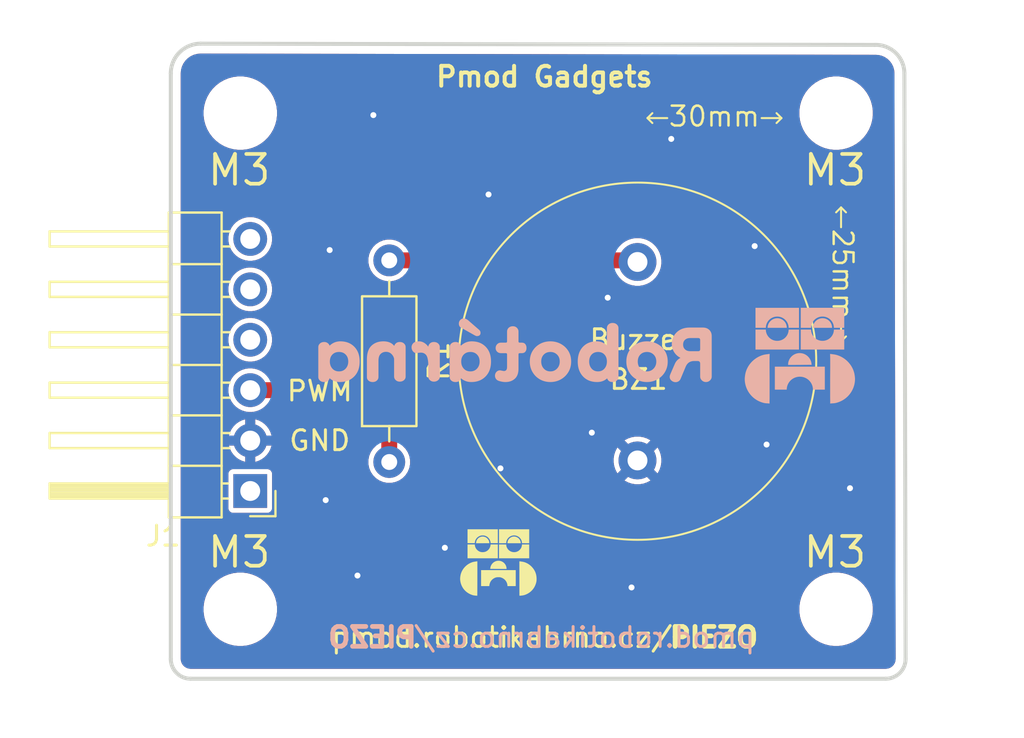
<source format=kicad_pcb>
(kicad_pcb (version 20241229) (generator "pcbnew") (generator_version "9.0")
  (layers (0 "F.Cu" signal) (2 "B.Cu" signal) (13 "F.Paste" user) (15 "B.Paste" user) (5 "F.SilkS" user "F.Silkscreen") (7 "B.SilkS" user "B.Silkscreen") (1 "F.Mask" user) (3 "B.Mask" user) (25 "Edge.Cuts" user))
  (net 0 "")
  (net 1 "GND")
  (net 2 "PWM")
  (net 7 "Net-(BZ1-Pad2)")
  (footprint "MountingHole:MountingHole_3.2mm_M3" (layer "F.Cu") (at 111.5 50.5)
    (property "Reference" "REF**" (hide yes))
    (property "Value" "MountingHole_3.2mm_M3")
  )
  (footprint "LOGO" (layer "F.Cu") (at 94.5 73)
    (property "Reference" "G***" (hide yes))
    (property "Value" "LOGO" (hide yes))
  )
  (footprint "Resistor_THT:R_Axial_DIN0207_L6.3mm_D2.5mm_P10.16mm_Horizontal" (layer "F.Cu") (at 89 68.08 90)
    (property "Reference" "R1")
    (property "Value" "330R")
  )
  (footprint "Connector_PinHeader_2.54mm:PinHeader_1x06_P2.54mm_Horizontal" (layer "F.Cu") (at 82 69.54 180)
    (property "Reference" "J1")
    (property "Value" "Conn_01x06_Pin")
  )
  (footprint "MountingHole:MountingHole_3.2mm_M3" (layer "F.Cu") (at 81.5 50.5)
    (property "Reference" "REF**" (hide yes))
    (property "Value" "MountingHole_3.2mm_M3")
  )
  (footprint "MountingHole:MountingHole_3.2mm_M3" (layer "F.Cu") (at 111.5 75.5)
    (property "Reference" "REF**" (hide yes))
    (property "Value" "MountingHole_3.2mm_M3")
  )
  (footprint "MountingHole:MountingHole_3.2mm_M3" (layer "F.Cu") (at 81.5 75.5)
    (property "Reference" "REF**" (hide yes))
    (property "Value" "MountingHole_3.2mm_M3")
  )
  (footprint "Samacsys:AZ-1740E-2P" (layer "F.Cu") (at 101.5 63 -90)
    (property "Reference" "BZ1" (hide yes))
    (property "Value" "AZ-1740E-2P" (hide yes))
  )
  (gr_line (start 108.75 50.75) (end 108.5 50.5) (stroke (width 0.1)) (layer "F.SilkS"))
  (gr_line (start 111.75 56.25) (end 111.75 55.25) (stroke (width 0.1)) (layer "F.SilkS"))
  (gr_line (start 111.75 55.25) (end 111.5 55.5) (stroke (width 0.1)) (layer "F.SilkS"))
  (gr_line (start 111.75 62) (end 111.5 61.75) (stroke (width 0.1)) (layer "F.SilkS"))
  (gr_line (start 108.75 50.75) (end 108.5 51) (stroke (width 0.1)) (layer "F.SilkS"))
  (gr_line (start 103 50.75) (end 102 50.75) (stroke (width 0.1)) (layer "F.SilkS"))
  (gr_line (start 111.75 62) (end 112 61.75) (stroke (width 0.1)) (layer "F.SilkS"))
  (gr_line (start 102 50.75) (end 102.25 50.5) (stroke (width 0.1)) (layer "F.SilkS"))
  (gr_line (start 107.75 50.75) (end 108.75 50.75) (stroke (width 0.1)) (layer "F.SilkS"))
  (gr_line (start 111.75 61) (end 111.75 62) (stroke (width 0.1)) (layer "F.SilkS"))
  (gr_line (start 102 50.75) (end 102.25 51) (stroke (width 0.1)) (layer "F.SilkS"))
  (gr_line (start 111.75 55.25) (end 112 55.5) (stroke (width 0.1)) (layer "F.SilkS"))
  (gr_poly (pts (xy 107.441353 61.318398) (xy 107.962802 61.318398) (xy 107.963549 61.289196) (xy 107.965764 61.260378) (xy 107.969412 61.231978) (xy 107.974457 61.204033) (xy 107.980863 61.176578) (xy 107.988594 61.149649) (xy 107.997613 61.123281) (xy 108.007885 61.09751) (xy 108.019373 61.072373) (xy 108.032042 61.047903) (xy 108.045856 61.024138) (xy 108.060777 61.001113) (xy 108.076771 60.978863) (xy 108.093802 60.957424) (xy 108.111832 60.936832) (xy 108.130827 60.917123) (xy 108.15075 60.898332) (xy 108.171565 60.880494) (xy 108.193236 60.863646) (xy 108.215727 60.847824) (xy 108.239002 60.833062) (xy 108.263025 60.819397) (xy 108.287759 60.806863) (xy 108.313169 60.795498) (xy 108.339219 60.785336) (xy 108.365873 60.776414) (xy 108.393094 60.768766) (xy 108.420847 60.762428) (xy 108.449095 60.757437) (xy 108.477803 60.753828) (xy 108.506934 60.751636) (xy 108.536452 60.750898) (xy 108.565975 60.751636) (xy 108.59511 60.753828) (xy 108.623822 60.757437) (xy 108.652074 60.762428) (xy 108.67983 60.768766) (xy 108.707055 60.776414) (xy 108.733711 60.785336) (xy 108.759764 60.795498) (xy 108.785177 60.806863) (xy 108.809914 60.819397) (xy 108.833938 60.833062) (xy 108.857215 60.847824) (xy 108.879708 60.863646) (xy 108.90138 60.880494) (xy 108.922197 60.898332) (xy 108.942121 60.917123) (xy 108.961117 60.936832) (xy 108.979148 60.957424) (xy 108.99618 60.978863) (xy 109.012174 61.001113) (xy 109.027097 61.024138) (xy 109.040911 61.047903) (xy 109.05358 61.072373) (xy 109.065069 61.09751) (xy 109.075341 61.123281) (xy 109.08436 61.149649) (xy 109.092091 61.176578) (xy 109.098497 61.204033) (xy 109.103542 61.231978) (xy 109.10719 61.260378) (xy 109.109406 61.289196) (xy 109.110152 61.318398) (xy 109.631602 61.318398) (xy 109.631602 60.310848) (xy 107.441353 60.310848)) (fill yes) (layer "B.SilkS"))
  (gr_poly (pts (xy 95.208017 61.238745) (xy 95.192817 61.239637) (xy 95.177952 61.241122) (xy 95.163422 61.243202) (xy 95.149227 61.245876) (xy 95.135368 61.249145) (xy 95.121843 61.253009) (xy 95.108654 61.257467) (xy 95.095799 61.26252) (xy 95.08328 61.268167) (xy 95.071096 61.27441) (xy 95.059248 61.281247) (xy 95.047734 61.28868) (xy 95.036555 61.296707) (xy 95.025712 61.30533) (xy 95.015204 61.314548) (xy 95.005195 61.324223) (xy 94.99583 61.334233) (xy 94.987111 61.34458) (xy 94.979037 61.355263) (xy 94.971607 61.366282) (xy 94.964823 61.377637) (xy 94.958684 61.389328) (xy 94.953191 61.401354) (xy 94.948343 61.413717) (xy 94.944142 61.426415) (xy 94.940586 61.439449) (xy 94.937677 61.452818) (xy 94.935413 61.466522) (xy 94.933796 61.480562) (xy 94.932826 61.494938) (xy 94.932503 61.509648) (xy 94.932503 61.999148) (xy 94.932438 62.003218) (xy 94.932245 62.007159) (xy 94.931923 62.01097) (xy 94.931471 62.014652) (xy 94.930891 62.018205) (xy 94.930182 62.021629) (xy 94.929344 62.024923) (xy 94.928376 62.028089) (xy 94.92728 62.031125) (xy 94.926055 62.034032) (xy 94.9247 62.03681) (xy 94.923217 62.039458) (xy 94.921604 62.041978) (xy 94.919862 62.044368) (xy 94.917991 62.046629) (xy 94.915991 62.048761) (xy 94.913861 62.050763) (xy 94.911603 62.052637) (xy 94.909215 62.054381) (xy 94.906698 62.055996) (xy 94.904051 62.057482) (xy 94.901276 62.058838) (xy 94.898371 62.060066) (xy 94.895336 62.061164) (xy 94.892173 62.062133) (xy 94.88888 62.062973) (xy 94.885457 62.063683) (xy 94.881905 62.064265) (xy 94.878224 62.064717) (xy 94.874413 62.06504) (xy 94.870473 62.065234) (xy 94.866404 62.065298) (xy 94.621655 62.065298) (xy 94.607743 62.065608) (xy 94.594115 62.066538) (xy 94.580771 62.068088) (xy 94.567711 62.070258) (xy 94.554935 62.073047) (xy 94.542443 62.076457) (xy 94.530234 62.080486) (xy 94.51831 62.085136) (xy 94.50667 62.090405) (xy 94.495315 62.096294) (xy 94.484243 62.102803) (xy 94.473456 62.109933) (xy 94.462954 62.117682) (xy 94.452736 62.126051) (xy 94.442802 62.135039) (xy 94.433153 62.144648) (xy 94.423936 62.154696) (xy 94.415313 62.165004) (xy 94.407285 62.17557) (xy 94.399853 62.186395) (xy 94.393016 62.197479) (xy 94.386773 62.208822) (xy 94.381126 62.220424) (xy 94.376073 62.232286) (xy 94.371615 62.244406) (xy 94.367751 62.256785) (xy 94.364482 62.269423) (xy 94.361808 62.28232) (xy 94.359728 62.295476) (xy 94.358242 62.308891) (xy 94.357351 62.322565) (xy 94.357054 62.336498) (xy 94.357351 62.350397) (xy 94.358242 62.363986) (xy 94.359728 62.377265) (xy 94.361808 62.390235) (xy 94.364482 62.402895) (xy 94.367751 62.415246) (xy 94.371615 62.427286) (xy 94.376073 62.439017) (xy 94.381126 62.450438) (xy 94.386773 62.461548) (xy 94.393016 62.472349) (xy 94.399853 62.48284) (xy 94.407285 62.49302) (xy 94.415313 62.50289) (xy 94.423936 62.512449) (xy 94.433153 62.521698) (xy 94.442828 62.530508) (xy 94.452839 62.538749) (xy 94.463186 62.546422) (xy 94.473869 62.553526) (xy 94.484888 62.560062) (xy 94.496243 62.56603) (xy 94.507934 62.57143) (xy 94.519961 62.576261) (xy 94.532323 62.580523) (xy 94.545021 62.584218) (xy 94.558055 62.587344) (xy 94.571424 62.589901) (xy 94.585128 62.59189) (xy 94.599168 62.593311) (xy 94.613544 62.594164) (xy 94.628254 62.594448) (xy 94.866404 62.594448) (xy 94.870473 62.594513) (xy 94.874413 62.594706) (xy 94.878224 62.595029) (xy 94.881905 62.595482) (xy 94.885457 62.596063) (xy 94.88888 62.596774) (xy 94.892173 62.597613) (xy 94.895336 62.598582) (xy 94.898371 62.599681) (xy 94.901276 62.600908) (xy 94.904051 62.602265) (xy 94.906698 62.60375) (xy 94.909215 62.605365) (xy 94.911603 62.60711) (xy 94.913861 62.608983) (xy 94.915991 62.610986) (xy 94.917991 62.613117) (xy 94.919862 62.615378) (xy 94.921604 62.617769) (xy 94.923217 62.620288) (xy 94.9247 62.622937) (xy 94.926055 62.625714) (xy 94.92728 62.628621) (xy 94.928376 62.631658) (xy 94.929344 62.634823) (xy 94.930182 62.638118) (xy 94.930891 62.641541) (xy 94.931471 62.645094) (xy 94.931923 62.648776) (xy 94.932245 62.652588) (xy 94.932438 62.656528) (xy 94.932503 62.660598) (xy 94.932503 63.282348) (xy 94.932335 63.296951) (xy 94.931833 63.310984) (xy 94.930994 63.324448) (xy 94.929821 63.337343) (xy 94.928312 63.349668) (xy 94.926468 63.361424) (xy 94.924288 63.372611) (xy 94.921772 63.383229) (xy 94.91892 63.393278) (xy 94.915733 63.402759) (xy 94.91221 63.41167) (xy 94.908351 63.420013) (xy 94.904156 63.427787) (xy 94.899624 63.434993) (xy 94.894757 63.441629) (xy 94.889553 63.447698) (xy 94.884082 63.45331) (xy 94.878432 63.458559) (xy 94.872602 63.463445) (xy 94.866592 63.467968) (xy 94.860403 63.472129) (xy 94.854033 63.475927) (xy 94.847483 63.479362) (xy 94.840753 63.482436) (xy 94.833843 63.485147) (xy 94.826751 63.487496) (xy 94.819479 63.489483) (xy 94.812027 63.491109) (xy 94.804393 63.492373) (xy 94.796578 63.493276) (xy 94.788581 63.493818) (xy 94.780403 63.493998) (xy 94.776887 63.493934) (xy 94.772957 63.49374) (xy 94.763857 63.492967) (xy 94.753103 63.491678) (xy 94.740696 63.489873) (xy 94.726637 63.487553) (xy 94.710927 63.484717) (xy 94.693565 63.481365) (xy 94.674553 63.477498) (xy 94.638592 63.47025) (xy 94.623399 63.467406) (xy 94.610065 63.465079) (xy 94.598593 63.463271) (xy 94.588982 63.46198) (xy 94.581235 63.461206) (xy 94.575352 63.460948) (xy 94.562253 63.461258) (xy 94.549412 63.462188) (xy 94.536828 63.463738) (xy 94.524503 63.465908) (xy 94.512436 63.468699) (xy 94.500627 63.472109) (xy 94.489076 63.47614) (xy 94.477784 63.480792) (xy 94.46675 63.486064) (xy 94.455974 63.491956) (xy 94.445457 63.49847) (xy 94.435199 63.505604) (xy 94.425199 63.513358) (xy 94.415458 63.521734) (xy 94.405976 63.530731) (xy 94.396753 63.540348) (xy 94.387944 63.550396) (xy 94.379703 63.560704) (xy 94.37203 63.57127) (xy 94.364925 63.582094) (xy 94.358389 63.593178) (xy 94.352421 63.60452) (xy 94.347022 63.61612) (xy 94.342191 63.627979) (xy 94.337928 63.640097) (xy 94.334234 63.652473) (xy 94.331108 63.665107) (xy 94.32855 63.677999) (xy 94.326561 63.691149) (xy 94.32514 63.704558) (xy 94.324288 63.718224) (xy 94.324003 63.732148) (xy 94.324197 63.742841) (xy 94.324777 63.753432) (xy 94.325744 63.76392) (xy 94.327098 63.774306) (xy 94.32884 63.784589) (xy 94.330969 63.79477) (xy 94.333486 63.804848) (xy 94.33639 63.814823) (xy 94.339682 63.824695) (xy 94.343363 63.834464) (xy 94.347431 63.844129) (xy 94.351888 63.85369) (xy 94.356734 63.863148) (xy 94.361968 63.872502) (xy 94.36759 63.881752) (xy 94.373602 63.890898) (xy 94.380019 63.899837) (xy 94.386877 63.908467) (xy 94.394175 63.916787) (xy 94.401913 63.924797) (xy 94.410091 63.932498) (xy 94.41871 63.939889) (xy 94.427767 63.946971) (xy 94.437265 63.953742) (xy 94.447202 63.960203) (xy 94.457578 63.966355) (xy 94.468393 63.972196) (xy 94.479648 63.977727) (xy 94.491341 63.982948) (xy 94.503473 63.987858) (xy 94.516044 63.992459) (xy 94.529053 63.996748) (xy 94.550439 64.003144) (xy 94.571623 64.009131) (xy 94.592602 64.014708) (xy 94.613377 64.019873) (xy 94.633946 64.024626) (xy 94.654307 64.028965) (xy 94.67446 64.03289) (xy 94.694403 64.036398) (xy 94.714243 64.039508) (xy 94.734086 64.042202) (xy 94.753931 64.04448) (xy 94.773778 64.046342) (xy 94.793625 64.047789) (xy 94.81347 64.048822) (xy 94.833314 64.049442) (xy 94.853153 64.049648) (xy 94.888316 64.049002) (xy 94.922704 64.047063) (xy 94.956318 64.043832) (xy 94.989156 64.039309) (xy 95.021221 64.033494) (xy 95.05251 64.026387) (xy 95.083025 64.017988) (xy 95.112765 64.008298) (xy 95.141731 63.997316) (xy 95.169922 63.985044) (xy 95.197339 63.97148) (xy 95.223981 63.956625) (xy 95.249848 63.940479) (xy 95.27494 63.923042) (xy 95.299258 63.904315) (xy 95.322802 63.884298) (xy 95.345226 63.862928) (xy 95.366204 63.840163) (xy 95.385735 63.816002) (xy 95.40382 63.790446) (xy 95.420459 63.763494) (xy 95.435652 63.735147) (xy 95.449398 63.705404) (xy 95.461697 63.674267) (xy 95.472549 63.641734) (xy 95.481955 63.607806) (xy 95.489914 63.572484) (xy 95.496426 63.535766) (xy 95.501491 63.497654) (xy 95.505109 63.458146) (xy 95.50728 63.417245) (xy 95.508003 63.374948) (xy 95.508003 62.660598) (xy 95.508068 62.656528) (xy 95.508262 62.652588) (xy 95.508585 62.648776) (xy 95.509037 62.645094) (xy 95.509618 62.641541) (xy 95.510329 62.638118) (xy 95.511169 62.634823) (xy 95.512138 62.631658) (xy 95.513236 62.628621) (xy 95.514463 62.625714) (xy 95.51582 62.622937) (xy 95.517305 62.620288) (xy 95.51892 62.617769) (xy 95.520664 62.615378) (xy 95.522538 62.613117) (xy 95.52454 62.610986) (xy 95.526672 62.608983) (xy 95.528933 62.60711) (xy 95.531323 62.605365) (xy 95.533842 62.60375) (xy 95.536491 62.602265) (xy 95.539269 62.600908) (xy 95.542176 62.599681) (xy 95.545212 62.598582) (xy 95.548377 62.597613) (xy 95.551672 62.596774) (xy 95.555095 62.596063) (xy 95.558648 62.595482) (xy 95.56233 62.595029) (xy 95.566142 62.594706) (xy 95.570082 62.594513) (xy 95.574152 62.594448) (xy 95.673353 62.594448) (xy 95.688008 62.594164) (xy 95.702196 62.593311) (xy 95.715917 62.59189) (xy 95.729173 62.589901) (xy 95.741964 62.587344) (xy 95.754288 62.584218) (xy 95.766147 62.580523) (xy 95.777541 62.576261) (xy 95.788469 62.571429) (xy 95.798933 62.56603) (xy 95.808931 62.560062) (xy 95.818465 62.553526) (xy 95.827534 62.546422) (xy 95.836138 62.538749) (xy 95.844278 62.530508) (xy 95.851954 62.521698) (xy 95.859165 62.512449) (xy 95.865911 62.50289) (xy 95.872191 62.49302) (xy 95.878006 62.48284) (xy 95.883357 62.472349) (xy 95.888242 62.461548) (xy 95.892661 62.450438) (xy 95.896616 62.439017) (xy 95.900105 62.427286) (xy 95.903129 62.415246) (xy 95.905688 62.402895) (xy 95.907781 62.390235) (xy 95.909409 62.377265) (xy 95.910573 62.363986) (xy 95.91127 62.350397) (xy 95.911503 62.336498) (xy 95.91127 62.321779) (xy 95.910573 62.307396) (xy 95.909409 62.293349) (xy 95.907781 62.279639) (xy 95.905688 62.266265) (xy 95.903129 62.253227) (xy 95.900105 62.240526) (xy 95.896616 62.228161) (xy 95.892661 62.216132) (xy 95.888242 62.20444) (xy 95.883357 62.193083) (xy 95.878006 62.182064) (xy 95.872191 62.17138) (xy 95.865911 62.161033) (xy 95.859165 62.151023) (xy 95.851954 62.141348) (xy 95.844278 62.132139) (xy 95.836138 62.123524) (xy 95.827534 62.115503) (xy 95.818465 62.108076) (xy 95.808931 62.101244) (xy 95.798933 62.095005) (xy 95.788469 62.089361) (xy 95.777541 62.084311) (xy 95.766147 62.079855) (xy 95.754288 62.075993) (xy 95.741964 62.072725) (xy 95.729173 62.070051) (xy 95.715917 62.067972) (xy 95.702196 62.066487) (xy 95.688008 62.065595) (xy 95.673353 62.065298) (xy 95.574152 62.065298) (xy 95.570082 62.065234) (xy 95.566142 62.06504) (xy 95.56233 62.064717) (xy 95.558648 62.064265) (xy 95.555095 62.063683) (xy 95.551672 62.062973) (xy 95.548377 62.062133) (xy 95.545212 62.061164) (xy 95.542176 62.060066) (xy 95.539269 62.058838) (xy 95.536491 62.057482) (xy 95.533842 62.055996) (xy 95.531323 62.054381) (xy 95.528933 62.052637) (xy 95.526672 62.050763) (xy 95.52454 62.048761) (xy 95.522538 62.046629) (xy 95.520664 62.044368) (xy 95.51892 62.041978) (xy 95.517305 62.039458) (xy 95.51582 62.03681) (xy 95.514463 62.034032) (xy 95.513236 62.031125) (xy 95.512138 62.028089) (xy 95.511169 62.024923) (xy 95.510329 62.021629) (xy 95.509618 62.018205) (xy 95.509037 62.014652) (xy 95.508585 62.01097) (xy 95.508262 62.007159) (xy 95.508068 62.003218) (xy 95.508003 61.999148) (xy 95.508003 61.509648) (xy 95.507693 61.495724) (xy 95.506763 61.482058) (xy 95.505213 61.468649) (xy 95.503043 61.455499) (xy 95.500253 61.442607) (xy 95.496842 61.429973) (xy 95.492811 61.417597) (xy 95.488159 61.405479) (xy 95.482887 61.39362) (xy 95.476995 61.38202) (xy 95.470482 61.370678) (xy 95.463348 61.359594) (xy 95.455593 61.34877) (xy 95.447218 61.338204) (xy 95.438222 61.327896) (xy 95.428604 61.317848) (xy 95.418504 61.308231) (xy 95.408042 61.299234) (xy 95.397218 61.290858) (xy 95.386031 61.283104) (xy 95.374483 61.27597) (xy 95.362573 61.269457) (xy 95.3503 61.263564) (xy 95.337666 61.258292) (xy 95.324669 61.25364) (xy 95.31131 61.249609) (xy 95.297589 61.246199) (xy 95.283506 61.243408) (xy 95.269061 61.241238) (xy 95.254254 61.239688) (xy 95.239084 61.238758) (xy 95.223553 61.238448)) (fill yes) (layer "B.SilkS"))
  (gr_poly (pts (xy 101.940845 61.999652) (xy 101.905128 62.001163) (xy 101.869849 62.003683) (xy 101.835008 62.00721) (xy 101.800606 62.011744) (xy 101.766643 62.017286) (xy 101.733118 62.023835) (xy 101.700033 62.031392) (xy 101.667386 62.039955) (xy 101.635178 62.049526) (xy 101.603409 62.060104) (xy 101.572079 62.071689) (xy 101.541188 62.084281) (xy 101.510737 62.09788) (xy 101.480725 62.112486) (xy 101.451152 62.128098) (xy 101.422174 62.14461) (xy 101.393946 62.161897) (xy 101.366467 62.179959) (xy 101.339739 62.198796) (xy 101.31376 62.218407) (xy 101.288531 62.238794) (xy 101.264051 62.259955) (xy 101.240321 62.281892) (xy 101.21734 62.304603) (xy 101.195109 62.328091) (xy 101.173627 62.352353) (xy 101.152894 62.377391) (xy 101.13291 62.403204) (xy 101.113675 62.429793) (xy 101.095189 62.457158) (xy 101.077452 62.485298) (xy 101.060632 62.514123) (xy 101.044897 62.543542) (xy 101.030248 62.573556) (xy 101.016683 62.604163) (xy 101.004204 62.635365) (xy 100.99281 62.667161) (xy 100.982501 62.699551) (xy 100.973277 62.732535) (xy 100.965138 62.766114) (xy 100.958085 62.800286) (xy 100.952116 62.835053) (xy 100.947233 62.870413) (xy 100.943435 62.906368) (xy 100.940722 62.942917) (xy 100.939095 62.980061) (xy 100.938552 63.017798) (xy 100.939095 63.054753) (xy 100.940722 63.091218) (xy 100.943435 63.127193) (xy 100.947233 63.162678) (xy 100.952116 63.197673) (xy 100.958085 63.232178) (xy 100.965138 63.266193) (xy 100.973277 63.299717) (xy 100.982501 63.33275) (xy 100.99281 63.365293) (xy 101.004204 63.397346) (xy 101.016683 63.428908) (xy 101.030248 63.459979) (xy 101.044897 63.49056) (xy 101.060632 63.520649) (xy 101.077452 63.550248) (xy 101.095189 63.5792) (xy 101.113675 63.607351) (xy 101.13291 63.6347) (xy 101.152894 63.661249) (xy 101.173627 63.686995) (xy 101.195109 63.711941) (xy 101.21734 63.736086) (xy 101.240321 63.759429) (xy 101.264051 63.781972) (xy 101.288531 63.803713) (xy 101.31376 63.824654) (xy 101.339739 63.844794) (xy 101.366467 63.864133) (xy 101.393946 63.882672) (xy 101.422174 63.90041) (xy 101.451152 63.917348) (xy 101.480725 63.933369) (xy 101.510737 63.948356) (xy 101.541189 63.962309) (xy 101.57208 63.975229) (xy 101.60341 63.987115) (xy 101.635179 63.997968) (xy 101.667387 64.007787) (xy 101.700034 64.016573) (xy 101.733119 64.024325) (xy 101.766644 64.031043) (xy 101.800607 64.036728) (xy 101.835009 64.041379) (xy 101.86985 64.044997) (xy 101.905129 64.047581) (xy 101.940846 64.049131) (xy 101.977001 64.049648) (xy 102.012379 64.049131) (xy 102.047394 64.047581) (xy 102.082045 64.044997) (xy 102.116334 64.041379) (xy 102.15026 64.036728) (xy 102.183824 64.031043) (xy 102.217025 64.024325) (xy 102.249864 64.016573) (xy 102.282341 64.007787) (xy 102.314455 63.997968) (xy 102.346209 63.987115) (xy 102.3776 63.975229) (xy 102.40863 63.962309) (xy 102.439298 63.948356) (xy 102.469606 63.933369) (xy 102.499552 63.917348) (xy 102.528943 63.90041) (xy 102.557585 63.882672) (xy 102.585479 63.864133) (xy 102.612623 63.844794) (xy 102.639018 63.824654) (xy 102.664664 63.803713) (xy 102.689561 63.781972) (xy 102.713708 63.759429) (xy 102.737106 63.736086) (xy 102.759754 63.711941) (xy 102.781653 63.686995) (xy 102.802802 63.661249) (xy 102.823202 63.6347) (xy 102.842851 63.607351) (xy 102.861751 63.5792) (xy 102.879901 63.550248) (xy 102.897121 63.520649) (xy 102.913229 63.49056) (xy 102.928227 63.459979) (xy 102.942114 63.428908) (xy 102.954889 63.397346) (xy 102.966554 63.365293) (xy 102.977108 63.33275) (xy 102.986551 63.299717) (xy 102.994883 63.266193) (xy 103.002105 63.232178) (xy 103.008215 63.197673) (xy 103.013214 63.162678) (xy 103.017102 63.127193) (xy 103.01988 63.091218) (xy 103.021546 63.054753) (xy 103.022102 63.017798) (xy 102.446652 63.017798) (xy 102.446122 63.043983) (xy 102.444533 63.069625) (xy 102.441884 63.094725) (xy 102.438177 63.119282) (xy 102.433409 63.143297) (xy 102.427583 63.166769) (xy 102.420697 63.189698) (xy 102.412751 63.212085) (xy 102.403747 63.23393) (xy 102.393683 63.255231) (xy 102.382559 63.275991) (xy 102.370376 63.296207) (xy 102.357134 63.315881) (xy 102.342833 63.335013) (xy 102.327472 63.353602) (xy 102.311052 63.371648) (xy 102.293856 63.388868) (xy 102.27617 63.404976) (xy 102.257992 63.419974) (xy 102.239324 63.433861) (xy 102.220164 63.446636) (xy 102.200513 63.458301) (xy 102.180372 63.468855) (xy 102.159739 63.478298) (xy 102.138616 63.48663) (xy 102.117001 63.493851) (xy 102.094895 63.499961) (xy 102.072298 63.50496) (xy 102.049211 63.508849) (xy 102.025632 63.511626) (xy 102.001562 63.513293) (xy 101.977001 63.513848) (xy 101.951667 63.513293) (xy 101.926927 63.511626) (xy 101.902782 63.508849) (xy 101.87923 63.50496) (xy 101.856273 63.499961) (xy 101.833911 63.493851) (xy 101.812143 63.48663) (xy 101.79097 63.478298) (xy 101.770392 63.468855) (xy 101.750408 63.458301) (xy 101.731019 63.446636) (xy 101.712225 63.433861) (xy 101.694027 63.419974) (xy 101.676423 63.404976) (xy 101.659415 63.388868) (xy 101.643002 63.371648) (xy 101.627381 63.353602) (xy 101.612767 63.335013) (xy 101.599162 63.315881) (xy 101.586564 63.296207) (xy 101.574974 63.275991) (xy 101.564392 63.255231) (xy 101.554818 63.23393) (xy 101.546251 63.212085) (xy 101.538693 63.189699) (xy 101.532142 63.166769) (xy 101.526599 63.143297) (xy 101.522064 63.119282) (xy 101.518536 63.094725) (xy 101.516017 63.069625) (xy 101.514505 63.043983) (xy 101.514001 63.017798) (xy 101.514505 62.990844) (xy 101.516017 62.964562) (xy 101.518536 62.938953) (xy 101.522064 62.914016) (xy 101.526599 62.889751) (xy 101.532142 62.866159) (xy 101.538693 62.843239) (xy 101.546251 62.820992) (xy 101.554818 62.799416) (xy 101.564392 62.778512) (xy 101.574974 62.75828) (xy 101.586564 62.73872) (xy 101.599162 62.719832) (xy 101.612767 62.701616) (xy 101.627381 62.684071) (xy 101.643002 62.667198) (xy 101.659415 62.651177) (xy 101.676423 62.63619) (xy 101.694027 62.622237) (xy 101.712225 62.609317) (xy 101.731019 62.59743) (xy 101.750408 62.586578) (xy 101.770392 62.576758) (xy 101.79097 62.567973) (xy 101.812143 62.560221) (xy 101.833911 62.553503) (xy 101.856273 62.547818) (xy 101.87923 62.543167) (xy 101.902782 62.539549) (xy 101.926927 62.536965) (xy 101.951667 62.535415) (xy 101.977001 62.534898) (xy 102.001562 62.535415) (xy 102.025632 62.536965) (xy 102.049211 62.539549) (xy 102.072298 62.543167) (xy 102.094895 62.547818) (xy 102.117001 62.553503) (xy 102.138616 62.560221) (xy 102.159739 62.567973) (xy 102.180372 62.576759) (xy 102.200513 62.586578) (xy 102.220164 62.59743) (xy 102.239324 62.609317) (xy 102.257992 62.622237) (xy 102.27617 62.63619) (xy 102.293856 62.651177) (xy 102.311052 62.667198) (xy 102.327472 62.684071) (xy 102.342833 62.701616) (xy 102.357134 62.719832) (xy 102.370376 62.738721) (xy 102.382559 62.75828) (xy 102.393683 62.778512) (xy 102.403747 62.799416) (xy 102.412751 62.820992) (xy 102.420697 62.843239) (xy 102.427583 62.866159) (xy 102.433409 62.889751) (xy 102.438177 62.914016) (xy 102.441884 62.938953) (xy 102.444533 62.964562) (xy 102.446122 62.990844) (xy 102.446652 63.017798) (xy 103.022102 63.017798) (xy 103.021546 62.980061) (xy 103.01988 62.942917) (xy 103.017102 62.906368) (xy 103.013214 62.870413) (xy 103.008215 62.835053) (xy 103.002105 62.800286) (xy 102.994883 62.766114) (xy 102.986551 62.732535) (xy 102.977108 62.699551) (xy 102.966554 62.667161) (xy 102.954889 62.635365) (xy 102.942114 62.604163) (xy 102.928227 62.573556) (xy 102.913229 62.543542) (xy 102.897121 62.514123) (xy 102.879901 62.485298) (xy 102.861751 62.457158) (xy 102.842851 62.429793) (xy 102.823202 62.403204) (xy 102.802802 62.377391) (xy 102.781653 62.352353) (xy 102.759754 62.328091) (xy 102.737106 62.304603) (xy 102.713708 62.281892) (xy 102.689561 62.259955) (xy 102.664664 62.238794) (xy 102.639018 62.218407) (xy 102.612623 62.198796) (xy 102.585479 62.179959) (xy 102.557585 62.161897) (xy 102.528943 62.14461) (xy 102.499552 62.128098) (xy 102.469606 62.112486) (xy 102.439298 62.09788) (xy 102.40863 62.084281) (xy 102.3776 62.071689) (xy 102.346209 62.060104) (xy 102.314455 62.049526) (xy 102.282341 62.039955) (xy 102.249864 62.031392) (xy 102.217025 62.023835) (xy 102.183824 62.017286) (xy 102.15026 62.011744) (xy 102.116334 62.00721) (xy 102.082045 62.003683) (xy 102.047394 62.001163) (xy 102.012379 61.999652) (xy 101.977001 61.999148)) (fill yes) (layer "B.SilkS"))
  (gr_poly (pts (xy 108.514963 60.834986) (xy 108.490387 60.836862) (xy 108.466156 60.839945) (xy 108.4423 60.844205) (xy 108.418849 60.849612) (xy 108.395835 60.856134) (xy 108.373288 60.863743) (xy 108.351238 60.872407) (xy 108.329717 60.882095) (xy 108.308755 60.892779) (xy 108.288383 60.904427) (xy 108.268631 60.917008) (xy 108.24953 60.930493) (xy 108.231111 60.944852) (xy 108.213404 60.960053) (xy 108.19644 60.976067) (xy 108.18025 60.992862) (xy 108.164864 61.01041) (xy 108.150314 61.028679) (xy 108.136629 61.047638) (xy 108.12384 61.067259) (xy 108.111979 61.087509) (xy 108.101075 61.10836) (xy 108.09116 61.12978) (xy 108.082264 61.151739) (xy 108.074418 61.174207) (xy 108.067652 61.197153) (xy 108.061997 61.220548) (xy 108.057484 61.24436) (xy 108.054143 61.268559) (xy 108.052006 61.293115) (xy 108.051102 61.317998) (xy 109.018252 61.317748) (xy 109.017884 61.292865) (xy 109.016275 61.26831) (xy 109.013454 61.244112) (xy 109.009453 61.220302) (xy 109.0043 61.19691) (xy 108.998027 61.173967) (xy 108.990663 61.151503) (xy 108.982237 61.129548) (xy 108.972781 61.108133) (xy 108.962324 61.087287) (xy 108.950896 61.067042) (xy 108.938527 61.047428) (xy 108.925248 61.028475) (xy 108.911088 61.010213) (xy 108.896077 60.992673) (xy 108.880246 60.975885) (xy 108.863624 60.95988) (xy 108.846241 60.944688) (xy 108.828128 60.930339) (xy 108.809315 60.916863) (xy 108.789831 60.904292) (xy 108.769707 60.892654) (xy 108.748972 60.881982) (xy 108.727658 60.872304) (xy 108.705792 60.863652) (xy 108.683407 60.856056) (xy 108.660531 60.849545) (xy 108.637196 60.844151) (xy 108.61343 60.839904) (xy 108.589264 60.836835) (xy 108.564728 60.834972) (xy 108.539852 60.834348)) (fill yes) (layer "B.SilkS"))
  (gr_poly (pts (xy 111.388606 61.4362) (xy 111.38639 61.465018) (xy 111.382742 61.493418) (xy 111.377697 61.521363) (xy 111.371291 61.548818) (xy 111.36356 61.575747) (xy 111.354541 61.602115) (xy 111.344269 61.627885) (xy 111.33278 61.653023) (xy 111.32011 61.677493) (xy 111.306297 61.701258) (xy 111.291374 61.724283) (xy 111.275379 61.746533) (xy 111.258348 61.767972) (xy 111.240317 61.788564) (xy 111.221321 61.808273) (xy 111.201397 61.827064) (xy 111.18058 61.844902) (xy 111.158908 61.86175) (xy 111.136415 61.877572) (xy 111.113138 61.892334) (xy 111.089113 61.906) (xy 111.064377 61.918533) (xy 111.038964 61.929898) (xy 111.012911 61.94006) (xy 110.986255 61.948983) (xy 110.95903 61.95663) (xy 110.931274 61.962968) (xy 110.903022 61.967959) (xy 110.87431 61.971568) (xy 110.845175 61.97376) (xy 110.815652 61.974498) (xy 110.786129 61.97376) (xy 110.756995 61.971568) (xy 110.728284 61.967959) (xy 110.700033 61.962968) (xy 110.672277 61.95663) (xy 110.645054 61.948983) (xy 110.618399 61.94006) (xy 110.592348 61.929898) (xy 110.566937 61.918533) (xy 110.542202 61.906) (xy 110.51818 61.892334) (xy 110.494905 61.877572) (xy 110.472415 61.86175) (xy 110.450744 61.844902) (xy 110.42993 61.827064) (xy 110.410008 61.808273) (xy 110.391015 61.788564) (xy 110.372986 61.767972) (xy 110.355957 61.746533) (xy 110.339964 61.724283) (xy 110.325044 61.701258) (xy 110.311232 61.677493) (xy 110.298565 61.653023) (xy 110.287078 61.627886) (xy 110.276808 61.602115) (xy 110.26779 61.575747) (xy 110.26006 61.548818) (xy 110.253655 61.521363) (xy 110.248611 61.493418) (xy 110.244963 61.465018) (xy 110.242748 61.4362) (xy 110.242002 61.406998) (xy 109.720502 61.406998) (xy 109.720502 62.414548) (xy 111.910802 62.414548) (xy 111.910802 61.406998) (xy 111.389352 61.406998)) (fill yes) (layer "B.SilkS"))
  (gr_poly (pts (xy 86.5 62) (xy 86.462071 62.002558) (xy 86.424761 62.00682) (xy 86.388072 62.012788) (xy 86.352003 62.020461) (xy 86.316555 62.029839) (xy 86.281727 62.040922) (xy 86.247519 62.05371) (xy 86.213931 62.068203) (xy 86.180965 62.084401) (xy 86.148618 62.102305) (xy 86.116893 62.121913) (xy 86.085788 62.143227) (xy 86.055304 62.166245) (xy 86.025441 62.190969) (xy 85.996199 62.217397) (xy 85.992709 62.207582) (xy 85.988856 62.197973) (xy 85.984642 62.188569) (xy 85.980066 62.179373) (xy 85.975128 62.170382) (xy 85.969828 62.161598) (xy 85.964167 62.153019) (xy 85.958143 62.144648) (xy 85.951759 62.136482) (xy 85.945012 62.128523) (xy 85.937905 62.120769) (xy 85.930436 62.113223) (xy 85.922606 62.105882) (xy 85.914414 62.098748) (xy 85.905862 62.091819) (xy 85.896948 62.085098) (xy 85.887751 62.078694) (xy 85.878348 62.072704) (xy 85.868738 62.067126) (xy 85.858922 62.061961) (xy 85.848899 62.057209) (xy 85.83867 62.052869) (xy 85.828234 62.048942) (xy 85.817591 62.045429) (xy 85.806742 62.042328) (xy 85.795685 62.039641) (xy 85.784422 62.037367) (xy 85.772951 62.035506) (xy 85.761273 62.034059) (xy 85.749388 62.033025) (xy 85.737296 62.032404) (xy 85.724997 62.032198) (xy 85.708653 62.032495) (xy 85.692697 62.033386) (xy 85.677129 62.034872) (xy 85.661949 62.036952) (xy 85.647156 62.039626) (xy 85.632751 62.042895) (xy 85.618733 62.046758) (xy 85.605103 62.051216) (xy 85.59186 62.056269) (xy 85.579004 62.061917) (xy 85.566536 62.068159) (xy 85.554454 62.074997) (xy 85.54276 62.082429) (xy 85.531452 62.090457) (xy 85.520532 62.09908) (xy 85.509998 62.108298) (xy 85.49999 62.11792) (xy 85.490627 62.127774) (xy 85.48191 62.137861) (xy 85.473839 62.14818) (xy 85.466413 62.158732) (xy 85.459633 62.169517) (xy 85.453499 62.180535) (xy 85.448011 62.191785) (xy 85.443168 62.203269) (xy 85.438971 62.214986) (xy 85.43542 62.226937) (xy 85.432515 62.239121) (xy 85.430255 62.251539) (xy 85.428641 62.264191) (xy 85.427672 62.277077) (xy 85.427349 62.290198) (xy 85.427349 63.791698) (xy 85.427672 63.805596) (xy 85.428641 63.819185) (xy 85.430255 63.832465) (xy 85.432515 63.845434) (xy 85.43542 63.858095) (xy 85.438971 63.870445) (xy 85.443168 63.882486) (xy 85.448011 63.894216) (xy 85.453499 63.905637) (xy 85.459633 63.916748) (xy 85.466413 63.927549) (xy 85.473839 63.938039) (xy 85.48191 63.948219) (xy 85.490627 63.958089) (xy 85.49999 63.967649) (xy 85.509998 63.976898) (xy 85.520532 63.985707) (xy 85.531452 63.993948) (xy 85.54276 64.001621) (xy 85.554454 64.008726) (xy 85.566536 64.015262) (xy 85.579004 64.02123) (xy 85.59186 64.026629) (xy 85.605103 64.03146) (xy 85.618733 64.035723) (xy 85.632751 64.039417) (xy 85.647156 64.042543) (xy 85.661949 64.045101) (xy 85.677129 64.04709) (xy 85.692697 64.048511) (xy 85.708653 64.049363) (xy 85.724997 64.049647) (xy 85.751633 64.048898) (xy 85.776977 64.04665) (xy 85.80103 64.042903) (xy 85.823792 64.037657) (xy 85.845262 64.030912) (xy 85.86544 64.022669) (xy 85.875045 64.017985) (xy 85.884327 64.012926) (xy 85.893287 64.007493) (xy 85.901923 64.001685) (xy 85.910237 63.995502) (xy 85.918227 63.988945) (xy 85.925895 63.982013) (xy 85.93324 63.974706) (xy 85.940263 63.967025) (xy 85.946962 63.958968) (xy 85.953338 63.950538) (xy 85.959392 63.941732) (xy 85.970531 63.922997) (xy 85.980378 63.902762) (xy 85.988934 63.881029) (xy 85.996199 63.857798) (xy 86.023043 63.881029) (xy 86.050661 63.902762) (xy 86.079054 63.922997) (xy 86.108223 63.941732) (xy 86.138166 63.958968) (xy 86.168885 63.974706) (xy 86.200379 63.988945) (xy 86.232649 64.001685) (xy 86.265694 64.012926) (xy 86.299516 64.022669) (xy 86.334113 64.030912) (xy 86.369487 64.037657) (xy 86.405637 64.042903) (xy 86.442564 64.04665) (xy 86.480267 64.048898) (xy 86.518747 64.049647) (xy 86.518753 64.049647) (xy 86.573491 64.048549) (xy 86.62691 64.045255) (xy 86.679011 64.039765) (xy 86.729794 64.032079) (xy 86.779259 64.022196) (xy 86.827406 64.010118) (xy 86.874235 63.995843) (xy 86.919746 63.979373) (xy 86.96394 63.960706) (xy 87.006815 63.939843) (xy 87.048374 63.916784) (xy 87.088614 63.891529) (xy 87.127537 63.864078) (xy 87.165142 63.83443) (xy 87.20143 63.802587) (xy 87.236401 63.768548) (xy 87.269641 63.732665) (xy 87.300737 63.69531) (xy 87.329688 63.656484) (xy 87.356495 63.616185) (xy 87.381157 63.574415) (xy 87.403674 63.531173) (xy 87.424047 63.486459) (xy 87.442276 63.440273) (xy 87.45836 63.392615) (xy 87.472299 63.343485) (xy 87.484094 63.292884) (xy 87.493745 63.24081) (xy 87.50125 63.187265) (xy 87.506612 63.132248) (xy 87.509828 63.075759) (xy 87.510901 63.017798) (xy 87.510901 63.017797) (xy 86.935452 63.017797) (xy 86.934948 63.043982) (xy 86.933436 63.069624) (xy 86.930916 63.094724) (xy 86.927389 63.119282) (xy 86.922854 63.143296) (xy 86.917311 63.166768) (xy 86.91076 63.189698) (xy 86.903201 63.212085) (xy 86.894635 63.233929) (xy 86.885061 63.255231) (xy 86.874479 63.27599) (xy 86.862889 63.296207) (xy 86.850291 63.315881) (xy 86.836686 63.335012) (xy 86.822073 63.353601) (xy 86.806452 63.371647) (xy 86.79003 63.388867) (xy 86.773016 63.404975) (xy 86.755407 63.419973) (xy 86.737206 63.43386) (xy 86.71841 63.446636) (xy 86.69902 63.458301) (xy 86.679037 63.468854) (xy 86.658458 63.478297) (xy 86.637285 63.486629) (xy 86.615517 63.49385) (xy 86.593154 63.499961) (xy 86.570195 63.50496) (xy 86.546641 63.508848) (xy 86.522491 63.511625) (xy 86.497745 63.513292) (xy 86.472403 63.513847) (xy 86.446282 63.513292) (xy 86.420833 63.511625) (xy 86.396055 63.508848) (xy 86.37195 63.50496) (xy 86.348516 63.499961) (xy 86.325754 63.49385) (xy 86.303664 63.486629) (xy 86.282246 63.478297) (xy 86.2615 63.468854) (xy 86.241427 63.458301) (xy 86.222025 63.446636) (xy 86.203296 63.43386) (xy 86.185239 63.419973) (xy 86.167855 63.404975) (xy 86.151143 63.388867) (xy 86.135103 63.371647) (xy 86.119882 63.353601) (xy 86.105643 63.335012) (xy 86.092385 63.315881) (xy 86.08011 63.296207) (xy 86.068816 63.27599) (xy 86.058505 63.255231) (xy 86.049175 63.233929) (xy 86.040828 63.212085) (xy 86.033462 63.189698) (xy 86.027079 63.166768) (xy 86.021677 63.143296) (xy 86.017258 63.119282) (xy 86.013821 63.094724) (xy 86.011366 63.069625) (xy 86.009893 63.043982) (xy 86.009401 63.017797) (xy 86.009892 62.990843) (xy 86.011366 62.964561) (xy 86.013821 62.938952) (xy 86.017258 62.914015) (xy 86.021677 62.889751) (xy 86.027078 62.866159) (xy 86.033462 62.843239) (xy 86.040827 62.820991) (xy 86.049174 62.799415) (xy 86.058504 62.778512) (xy 86.068815 62.75828) (xy 86.080109 62.73872) (xy 86.092384 62.719832) (xy 86.105642 62.701615) (xy 86.119882 62.684071) (xy 86.135103 62.667197) (xy 86.151143 62.651177) (xy 86.167855 62.63619) (xy 86.185239 62.622236) (xy 86.203296 62.609316) (xy 86.222026 62.59743) (xy 86.241428 62.586577) (xy 86.261501 62.576758) (xy 86.282247 62.567972) (xy 86.303666 62.56022) (xy 86.325756 62.553502) (xy 86.348518 62.547817) (xy 86.371951 62.543166) (xy 86.396057 62.539548) (xy 86.420834 62.536964) (xy 86.446283 62.535414) (xy 86.472403 62.534897) (xy 86.497745 62.535414) (xy 86.522491 62.536964) (xy 86.546641 62.539548) (xy 86.570195 62.543166) (xy 86.593154 62.547817) (xy 86.615517 62.553502) (xy 86.637285 62.56022) (xy 86.658458 62.567972) (xy 86.679037 62.576758) (xy 86.69902 62.586577) (xy 86.71841 62.59743) (xy 86.737206 62.609316) (xy 86.755407 62.622236) (xy 86.773016 62.63619) (xy 86.79003 62.651177) (xy 86.806452 62.667197) (xy 86.822073 62.684071) (xy 86.836687 62.701615) (xy 86.850293 62.719832) (xy 86.86289 62.73872) (xy 86.87448 62.75828) (xy 86.885062 62.778512) (xy 86.894636 62.799415) (xy 86.903203 62.820991) (xy 86.910761 62.843239) (xy 86.917312 62.866159) (xy 86.922855 62.889751) (xy 86.92739 62.914015) (xy 86.930917 62.938952) (xy 86.933436 62.964561) (xy 86.934948 62.990843) (xy 86.935452 63.017797) (xy 87.510901 63.017797) (xy 87.509854 62.959854) (xy 87.506715 62.903434) (xy 87.501482 62.84854) (xy 87.494157 62.795169) (xy 87.484739 62.743324) (xy 87.473228 62.693003) (xy 87.459623 62.644207) (xy 87.443926 62.596935) (xy 87.426136 62.551188) (xy 87.406253 62.506966) (xy 87.384277 62.464268) (xy 87.360207 62.423094) (xy 87.334045 62.383446) (xy 87.30579 62.345322) (xy 87.275442 62.308722) (xy 87.243 62.273647) (xy 87.208862 62.240407) (xy 87.173405 62.209312) (xy 87.136629 62.18036) (xy 87.098533 62.153554) (xy 87.059119 62.128892) (xy 87.018385 62.106374) (xy 86.976333 62.086001) (xy 86.932963 62.067773) (xy 86.888274 62.051689) (xy 86.842267 62.037749) (xy 86.794941 62.025954) (xy 86.746298 62.016304) (xy 86.696337 62.008798) (xy 86.645059 62.003437) (xy 86.592463 62.00022) (xy 86.53855 61.999148)) (fill yes) (layer "B.SilkS"))
  (gr_poly (pts (xy 100.22848 61.073395) (xy 100.213318 61.074287) (xy 100.198517 61.075772) (xy 100.184078 61.077851) (xy 100.169999 61.080525) (xy 100.156281 61.083793) (xy 100.142924 61.087655) (xy 100.129928 61.092111) (xy 100.117292 61.097161) (xy 100.105018 61.102805) (xy 100.093105 61.109044) (xy 100.081552 61.115876) (xy 100.070361 61.123303) (xy 100.05953 61.131324) (xy 100.049061 61.139939) (xy 100.038952 61.149148) (xy 100.029343 61.158805) (xy 100.020354 61.168745) (xy 100.011985 61.178967) (xy 100.004236 61.189473) (xy 99.997107 61.200261) (xy 99.990598 61.211334) (xy 99.984709 61.22269) (xy 99.979439 61.23433) (xy 99.97479 61.246254) (xy 99.97076 61.258462) (xy 99.967351 61.270955) (xy 99.964561 61.283733) (xy 99.962391 61.296796) (xy 99.960841 61.310145) (xy 99.959912 61.323779) (xy 99.959602 61.337698) (xy 99.959602 62.204198) (xy 99.931254 62.179368) (xy 99.902442 62.15614) (xy 99.873166 62.134513) (xy 99.843425 62.114489) (xy 99.81322 62.096067) (xy 99.78255 62.079246) (xy 99.751414 62.064027) (xy 99.719814 62.050411) (xy 99.687749 62.038396) (xy 99.655218 62.027983) (xy 99.622221 62.019173) (xy 99.588759 62.011964) (xy 99.554831 62.006357) (xy 99.520437 62.002352) (xy 99.485577 61.999949) (xy 99.450251 61.999148) (xy 99.396372 62.000221) (xy 99.343861 62.003437) (xy 99.292719 62.008799) (xy 99.242944 62.016305) (xy 99.194538 62.025955) (xy 99.147501 62.03775) (xy 99.101832 62.051689) (xy 99.057533 62.067773) (xy 99.014602 62.086002) (xy 98.973042 62.106375) (xy 98.932851 62.128892) (xy 98.89403 62.153555) (xy 98.85658 62.180361) (xy 98.820499 62.209312) (xy 98.78579 62.240408) (xy 98.752451 62.273648) (xy 98.720809 62.308723) (xy 98.691209 62.345323) (xy 98.66365 62.383447) (xy 98.638132 62.423095) (xy 98.614656 62.464268) (xy 98.593221 62.506966) (xy 98.573828 62.551189) (xy 98.556476 62.596936) (xy 98.541165 62.644207) (xy 98.527896 62.693004) (xy 98.516668 62.743325) (xy 98.507482 62.79517) (xy 98.500337 62.84854) (xy 98.495234 62.903435) (xy 98.492172 62.959854) (xy 98.491151 63.017798) (xy 98.492185 63.075759) (xy 98.495285 63.132248) (xy 98.500453 63.187265) (xy 98.507688 63.240811) (xy 98.516991 63.292884) (xy 98.52836 63.343486) (xy 98.541797 63.392615) (xy 98.557301 63.440273) (xy 98.574872 63.486459) (xy 98.59451 63.531173) (xy 98.616216 63.574415) (xy 98.639988 63.616186) (xy 98.665828 63.656484) (xy 98.693735 63.695311) (xy 98.723709 63.732665) (xy 98.755751 63.768548) (xy 98.789549 63.802588) (xy 98.824793 63.834431) (xy 98.861484 63.864078) (xy 98.89962 63.891529) (xy 98.939203 63.916785) (xy 98.980233 63.939844) (xy 99.022709 63.960706) (xy 99.066632 63.979373) (xy 99.112001 63.995844) (xy 99.158817 64.010119) (xy 99.20708 64.022197) (xy 99.25679 64.032079) (xy 99.307947 64.039766) (xy 99.36055 64.045256) (xy 99.414601 64.04855) (xy 99.4701 64.049648) (xy 99.470102 64.049648) (xy 99.50695 64.048925) (xy 99.543073 64.046754) (xy 99.578472 64.043136) (xy 99.613147 64.038071) (xy 99.647098 64.031559) (xy 99.680325 64.0236) (xy 99.712828 64.014194) (xy 99.744608 64.003342) (xy 99.775664 63.991043) (xy 99.805997 63.977297) (xy 99.835606 63.962105) (xy 99.864492 63.945466) (xy 99.892654 63.927381) (xy 99.920093 63.90785) (xy 99.946809 63.886872) (xy 99.972802 63.864448) (xy 99.976673 63.875841) (xy 99.98084 63.886872) (xy 99.985305 63.897542) (xy 99.990066 63.90785) (xy 99.995125 63.917796) (xy 100.000481 63.927381) (xy 100.006134 63.936604) (xy 100.012083 63.945466) (xy 100.01833 63.953966) (xy 100.024874 63.962105) (xy 100.031716 63.969882) (xy 100.038854 63.977297) (xy 100.046289 63.984351) (xy 100.054021 63.991043) (xy 100.062051 63.997373) (xy 100.070377 64.003342) (xy 100.079001 64.008949) (xy 100.087921 64.014194) (xy 100.097139 64.019078) (xy 100.106654 64.0236) (xy 100.116466 64.02776) (xy 100.126575 64.031559) (xy 100.136981 64.034996) (xy 100.147684 64.038071) (xy 100.158684 64.040784) (xy 100.169981 64.043136) (xy 100.181575 64.045126) (xy 100.193467 64.046754) (xy 100.205655 64.04802) (xy 100.21814 64.048925) (xy 100.244002 64.049648) (xy 100.25956 64.049364) (xy 100.274807 64.048511) (xy 100.289743 64.047091) (xy 100.304369 64.045101) (xy 100.318685 64.042544) (xy 100.332691 64.039418) (xy 100.346386 64.035723) (xy 100.359772 64.031461) (xy 100.372847 64.02663) (xy 100.385613 64.02123) (xy 100.398068 64.015262) (xy 100.410215 64.008726) (xy 100.422051 64.001622) (xy 100.433578 63.993949) (xy 100.444795 63.985708) (xy 100.455703 63.976898) (xy 100.466111 63.967649) (xy 100.475847 63.95809) (xy 100.484912 63.94822) (xy 100.493306 63.93804) (xy 100.501028 63.927549) (xy 100.508079 63.916748) (xy 100.514458 63.905638) (xy 100.520165 63.894217) (xy 100.525201 63.882486) (xy 100.529566 63.870446) (xy 100.533259 63.858095) (xy 100.536281 63.845435) (xy 100.538631 63.832465) (xy 100.54031 63.819186) (xy 100.541317 63.805597) (xy 100.541653 63.791698) (xy 100.541653 63.017798) (xy 99.959602 63.017798) (xy 99.959123 63.043983) (xy 99.957689 63.069625) (xy 99.955299 63.094725) (xy 99.951952 63.119282) (xy 99.947649 63.143297) (xy 99.942389 63.166769) (xy 99.936174 63.189698) (xy 99.929002 63.212085) (xy 99.920874 63.23393) (xy 99.91179 63.255231) (xy 99.901749 63.275991) (xy 99.890752 63.296207) (xy 99.878799 63.315881) (xy 99.86589 63.335013) (xy 99.852024 63.353602) (xy 99.837202 63.371648) (xy 99.821614 63.388868) (xy 99.80543 63.404976) (xy 99.788652 63.419974) (xy 99.771278 63.433861) (xy 99.753309 63.446636) (xy 99.734745 63.458301) (xy 99.715587 63.468855) (xy 99.695833 63.478298) (xy 99.675485 63.48663) (xy 99.654542 63.493851) (xy 99.633005 63.499961) (xy 99.610873 63.50496) (xy 99.588147 63.508849) (xy 99.564826 63.511626) (xy 99.540911 63.513293) (xy 99.516402 63.513848) (xy 99.491094 63.513293) (xy 99.466431 63.511626) (xy 99.442414 63.508849) (xy 99.419044 63.50496) (xy 99.396319 63.499961) (xy 99.37424 63.493851) (xy 99.352807 63.48663) (xy 99.332021 63.478298) (xy 99.311881 63.468855) (xy 99.292387 63.458301) (xy 99.27354 63.446636) (xy 99.255339 63.433861) (xy 99.237785 63.419974) (xy 99.220877 63.404976) (xy 99.204616 63.388868) (xy 99.189002 63.371648) (xy 99.17418 63.353602) (xy 99.160315 63.335013) (xy 99.147405 63.315881) (xy 99.135452 63.296207) (xy 99.124455 63.275991) (xy 99.114415 63.255231) (xy 99.105331 63.23393) (xy 99.097202 63.212085) (xy 99.090031 63.189699) (xy 99.083815 63.166769) (xy 99.078556 63.143297) (xy 99.074253 63.119282) (xy 99.070906 63.094725) (xy 99.068515 63.069625) (xy 99.067081 63.043983) (xy 99.066603 63.017798) (xy 99.067081 62.990844) (xy 99.068515 62.964562) (xy 99.070906 62.938953) (xy 99.074253 62.914016) (xy 99.078556 62.889751) (xy 99.083815 62.866159) (xy 99.090031 62.843239) (xy 99.097202 62.820992) (xy 99.105331 62.799416) (xy 99.114415 62.778512) (xy 99.124455 62.75828) (xy 99.135452 62.73872) (xy 99.147405 62.719832) (xy 99.160315 62.701616) (xy 99.17418 62.684071) (xy 99.189002 62.667198) (xy 99.204616 62.651177) (xy 99.220877 62.63619) (xy 99.237785 62.622237) (xy 99.255339 62.609317) (xy 99.27354 62.59743) (xy 99.292387 62.586578) (xy 99.311881 62.576758) (xy 99.332021 62.567973) (xy 99.352807 62.560221) (xy 99.37424 62.553503) (xy 99.396319 62.547818) (xy 99.419044 62.543167) (xy 99.442414 62.539549) (xy 99.466431 62.536965) (xy 99.491094 62.535415) (xy 99.516402 62.534898) (xy 99.540911 62.535415) (xy 99.564826 62.536965) (xy 99.588147 62.539549) (xy 99.610873 62.543167) (xy 99.633005 62.547818) (xy 99.654543 62.553503) (xy 99.675485 62.560221) (xy 99.695833 62.567973) (xy 99.715587 62.576759) (xy 99.734746 62.586578) (xy 99.753309 62.59743) (xy 99.771278 62.609317) (xy 99.788652 62.622237) (xy 99.805431 62.63619) (xy 99.821614 62.651177) (xy 99.837202 62.667198) (xy 99.852024 62.684071) (xy 99.86589 62.701616) (xy 99.878799 62.719832) (xy 99.890752 62.738721) (xy 99.901749 62.75828) (xy 99.91179 62.778512) (xy 99.920874 62.799416) (xy 99.929002 62.820992) (xy 99.936174 62.843239) (xy 99.942389 62.866159) (xy 99.947649 62.889751) (xy 99.951952 62.914016) (xy 99.955299 62.938953) (xy 99.957689 62.964562) (xy 99.959123 62.990844) (xy 99.959602 63.017798) (xy 100.541653 63.017798) (xy 100.541653 61.331048) (xy 100.54133 61.317937) (xy 100.540361 61.305058) (xy 100.538747 61.292413) (xy 100.536487 61.28) (xy 100.533581 61.26782) (xy 100.53003 61.255872) (xy 100.525833 61.244157) (xy 100.52099 61.232673) (xy 100.515502 61.221422) (xy 100.509367 61.210403) (xy 100.502587 61.199615) (xy 100.495162 61.189059) (xy 100.487091 61.178735) (xy 100.478374 61.168642) (xy 100.469011 61.158779) (xy 100.459003 61.149148) (xy 100.448469 61.139939) (xy 100.437548 61.131324) (xy 100.42624 61.123303) (xy 100.414546 61.115876) (xy 100.402464 61.109044) (xy 100.389995 61.102805) (xy 100.377139 61.097161) (xy 100.363896 61.092111) (xy 100.350266 61.087655) (xy 100.336248 61.083793) (xy 100.321843 61.080525) (xy 100.30705 61.077851) (xy 100.29187 61.075772) (xy 100.276302 61.074287) (xy 100.260346 61.073395) (xy 100.244002 61.073098)) (fill yes) (layer "B.SilkS"))
  (gr_poly (pts (xy 109.644176 62.591356) (xy 109.622861 62.592678) (xy 109.601585 62.594807) (xy 109.580373 62.597737) (xy 109.559251 62.601459) (xy 109.538245 62.605967) (xy 109.517381 62.611255) (xy 109.496685 62.617315) (xy 109.476184 62.624139) (xy 109.455902 62.631722) (xy 109.435867 62.640055) (xy 109.416104 62.649133) (xy 109.39664 62.658947) (xy 109.377499 62.669492) (xy 109.358709 62.680759) (xy 109.340296 62.692742) (xy 109.322284 62.705434) (xy 109.304702 62.718827) (xy 109.287573 62.732916) (xy 109.270925 62.747692) (xy 109.254784 62.763149) (xy 109.239175 62.77928) (xy 109.224125 62.796078) (xy 109.209659 62.813535) (xy 109.195804 62.831645) (xy 109.182585 62.8504) (xy 109.17003 62.869794) (xy 109.158163 62.88982) (xy 109.14701 62.91047) (xy 109.136599 62.931738) (xy 109.126954 62.953616) (xy 109.118102 62.976098) (xy 109.110943 62.996215) (xy 109.104985 63.014604) (xy 109.100111 63.031438) (xy 109.096201 63.046887) (xy 109.093137 63.061123) (xy 109.090801 63.074316) (xy 109.089072 63.086638) (xy 109.087833 63.09826) (xy 109.086965 63.109354) (xy 109.08635 63.120091) (xy 109.0854 63.141178) (xy 109.084828 63.15187) (xy 109.084034 63.16289) (xy 109.082898 63.174409) (xy 109.081302 63.186598) (xy 109.084452 63.188248) (xy 109.102978 63.187598) (xy 109.121426 63.187309) (xy 109.158283 63.187448) (xy 109.195412 63.187925) (xy 109.233202 63.187998) (xy 109.674802 63.185448) (xy 109.972315 63.181867) (xy 110.149116 63.181236) (xy 110.218734 63.182005) (xy 110.266002 63.183798) (xy 110.269352 63.180148) (xy 110.255152 63.076248) (xy 110.250499 63.054145) (xy 110.244953 63.032277) (xy 110.238537 63.01067) (xy 110.231272 62.989344) (xy 110.214279 62.947634) (xy 110.194146 62.907331) (xy 110.171042 62.86862) (xy 110.145141 62.831685) (xy 110.116612 62.796712) (xy 110.085627 62.763886) (xy 110.052357 62.73339) (xy 110.016972 62.705409) (xy 109.979645 62.680129) (xy 109.940546 62.657734) (xy 109.899846 62.638409) (xy 109.878949 62.629955) (xy 109.857716 62.622338) (xy 109.836168 62.61558) (xy 109.814328 62.609706) (xy 109.792215 62.604738) (xy 109.769852 62.600698) (xy 109.756857 62.598718) (xy 109.743408 62.59686) (xy 109.729724 62.595169) (xy 109.716027 62.593692) (xy 109.702535 62.592475) (xy 109.689471 62.591565) (xy 109.677053 62.591007) (xy 109.665502 62.590848)) (fill yes) (layer "B.SilkS"))
  (gr_poly (pts (xy 93.114603 62.000001) (xy 93.076674 62.002558) (xy 93.039365 62.006821) (xy 93.002676 62.012789) (xy 92.966607 62.020462) (xy 92.931158 62.02984) (xy 92.89633 62.040923) (xy 92.862122 62.053711) (xy 92.828535 62.068204) (xy 92.795568 62.084402) (xy 92.763222 62.102305) (xy 92.731496 62.121914) (xy 92.700392 62.143227) (xy 92.669908 62.166246) (xy 92.640045 62.190969) (xy 92.610804 62.217398) (xy 92.607313 62.207582) (xy 92.603461 62.197973) (xy 92.599246 62.18857) (xy 92.59467 62.179373) (xy 92.589732 62.170383) (xy 92.584432 62.161598) (xy 92.57877 62.15302) (xy 92.572747 62.144648) (xy 92.566362 62.136483) (xy 92.559616 62.128523) (xy 92.552509 62.12077) (xy 92.54504 62.113223) (xy 92.53721 62.105883) (xy 92.529019 62.098748) (xy 92.520466 62.09182) (xy 92.511553 62.085098) (xy 92.502356 62.078695) (xy 92.492953 62.072705) (xy 92.483343 62.067127) (xy 92.473527 62.061962) (xy 92.463504 62.057209) (xy 92.453275 62.05287) (xy 92.442839 62.048943) (xy 92.432197 62.045429) (xy 92.421347 62.042329) (xy 92.410291 62.039642) (xy 92.399027 62.037368) (xy 92.387557 62.035507) (xy 92.375879 62.034059) (xy 92.363995 62.033025) (xy 92.351903 62.032405) (xy 92.339604 62.032198) (xy 92.32326 62.032495) (xy 92.307304 62.033387) (xy 92.291736 62.034872) (xy 92.276556 62.036952) (xy 92.261763 62.039627) (xy 92.247358 62.042895) (xy 92.23334 62.046759) (xy 92.21971 62.051217) (xy 92.206466 62.05627) (xy 92.19361 62.061917) (xy 92.181142 62.06816) (xy 92.16906 62.074997) (xy 92.157366 62.08243) (xy 92.146058 62.090458) (xy 92.135137 62.09908) (xy 92.124603 62.108298) (xy 92.114595 62.117921) (xy 92.105232 62.127775) (xy 92.096515 62.137862) (xy 92.088444 62.148181) (xy 92.081018 62.158733) (xy 92.074238 62.169518) (xy 92.068104 62.180535) (xy 92.062616 62.191786) (xy 92.057773 62.20327) (xy 92.053575 62.214987) (xy 92.050024 62.226937) (xy 92.047118 62.239122) (xy 92.044858 62.25154) (xy 92.043244 62.264192) (xy 92.042275 62.277078) (xy 92.041952 62.290198) (xy 92.041952 63.791698) (xy 92.042275 63.805597) (xy 92.043244 63.819186) (xy 92.044858 63.832465) (xy 92.047118 63.845435) (xy 92.050024 63.858095) (xy 92.053575 63.870446) (xy 92.057773 63.882486) (xy 92.062616 63.894217) (xy 92.068104 63.905638) (xy 92.074238 63.916749) (xy 92.081018 63.927549) (xy 92.088444 63.93804) (xy 92.096515 63.94822) (xy 92.105232 63.95809) (xy 92.114595 63.967649) (xy 92.124603 63.976898) (xy 92.135137 63.985708) (xy 92.146058 63.993949) (xy 92.157366 64.001622) (xy 92.16906 64.008726) (xy 92.181142 64.015262) (xy 92.19361 64.02123) (xy 92.206466 64.02663) (xy 92.21971 64.031461) (xy 92.23334 64.035723) (xy 92.247358 64.039418) (xy 92.261763 64.042544) (xy 92.276556 64.045101) (xy 92.291736 64.047091) (xy 92.307304 64.048511) (xy 92.32326 64.049364) (xy 92.339604 64.049648) (xy 92.366239 64.048899) (xy 92.391583 64.046651) (xy 92.415636 64.042903) (xy 92.438397 64.037658) (xy 92.459867 64.030913) (xy 92.480046 64.022669) (xy 92.489651 64.017985) (xy 92.498933 64.012927) (xy 92.507892 64.007494) (xy 92.516528 64.001686) (xy 92.524842 63.995503) (xy 92.532833 63.988946) (xy 92.5405 63.982014) (xy 92.547845 63.974707) (xy 92.554868 63.967025) (xy 92.561567 63.958969) (xy 92.567943 63.950538) (xy 92.573997 63.941733) (xy 92.585136 63.922997) (xy 92.594983 63.902763) (xy 92.603539 63.88103) (xy 92.610804 63.857798) (xy 92.637647 63.88103) (xy 92.665266 63.902763) (xy 92.693659 63.922997) (xy 92.722827 63.941733) (xy 92.752771 63.958969) (xy 92.78349 63.974707) (xy 92.814984 63.988946) (xy 92.847254 64.001686) (xy 92.880299 64.012927) (xy 92.914121 64.022669) (xy 92.948719 64.030913) (xy 92.984092 64.037658) (xy 93.020243 64.042903) (xy 93.057169 64.046651) (xy 93.094872 64.048899) (xy 93.133352 64.049648) (xy 93.188091 64.04855) (xy 93.241512 64.045256) (xy 93.293616 64.039766) (xy 93.344403 64.032079) (xy 93.393871 64.022197) (xy 93.442023 64.010119) (xy 93.488856 63.995844) (xy 93.534372 63.979373) (xy 93.57857 63.960706) (xy 93.621451 63.939844) (xy 93.663013 63.916785) (xy 93.703257 63.891529) (xy 93.742183 63.864078) (xy 93.779792 63.834431) (xy 93.816082 63.802588) (xy 93.851053 63.768548) (xy 93.884294 63.732665) (xy 93.915389 63.695311) (xy 93.944341 63.656484) (xy 93.971147 63.616186) (xy 93.995809 63.574415) (xy 94.018327 63.531173) (xy 94.0387 63.486459) (xy 94.056929 63.440273) (xy 94.073012 63.392615) (xy 94.086952 63.343486) (xy 94.098747 63.292884) (xy 94.108397 63.240811) (xy 94.115903 63.187265) (xy 94.121264 63.132248) (xy 94.124481 63.075759) (xy 94.125553 63.017798) (xy 93.550104 63.017798) (xy 93.5496 63.043983) (xy 93.548089 63.069625) (xy 93.545569 63.094725) (xy 93.542041 63.119282) (xy 93.537505 63.143297) (xy 93.531961 63.166769) (xy 93.525408 63.189698) (xy 93.517847 63.212085) (xy 93.509278 63.23393) (xy 93.499701 63.255231) (xy 93.489114 63.275991) (xy 93.47752 63.296207) (xy 93.464916 63.315881) (xy 93.451304 63.335013) (xy 93.436683 63.353602) (xy 93.421053 63.371648) (xy 93.404632 63.388868) (xy 93.387617 63.404976) (xy 93.370009 63.419974) (xy 93.351808 63.433861) (xy 93.333012 63.446636) (xy 93.313622 63.458301) (xy 93.293638 63.468855) (xy 93.27306 63.478298) (xy 93.251887 63.48663) (xy 93.230119 63.493851) (xy 93.207755 63.499961) (xy 93.184797 63.50496) (xy 93.161242 63.508849) (xy 93.137092 63.511626) (xy 93.112346 63.513293) (xy 93.087004 63.513848) (xy 93.060883 63.513293) (xy 93.035434 63.511626) (xy 93.010657 63.508849) (xy 92.986551 63.50496) (xy 92.963117 63.499961) (xy 92.940355 63.493851) (xy 92.918265 63.48663) (xy 92.896847 63.478298) (xy 92.876101 63.468855) (xy 92.856027 63.458301) (xy 92.836625 63.446636) (xy 92.817896 63.433861) (xy 92.799839 63.419974) (xy 92.782454 63.404976) (xy 92.765742 63.388868) (xy 92.749703 63.371648) (xy 92.734481 63.353602) (xy 92.720242 63.335013) (xy 92.706985 63.315881) (xy 92.694709 63.296207) (xy 92.683416 63.275991) (xy 92.673105 63.255231) (xy 92.663776 63.23393) (xy 92.655429 63.212085) (xy 92.648064 63.189699) (xy 92.641681 63.166769) (xy 92.63628 63.143297) (xy 92.631861 63.119282) (xy 92.628424 63.094725) (xy 92.625969 63.069625) (xy 92.624496 63.043983) (xy 92.624005 63.017798) (xy 92.624496 62.990844) (xy 92.625969 62.964562) (xy 92.628424 62.938953) (xy 92.631861 62.914016) (xy 92.63628 62.889751) (xy 92.641681 62.866159) (xy 92.648064 62.843239) (xy 92.655429 62.820992) (xy 92.663776 62.799416) (xy 92.673105 62.778512) (xy 92.683416 62.75828) (xy 92.694709 62.73872) (xy 92.706985 62.719832) (xy 92.720242 62.701616) (xy 92.734481 62.684071) (xy 92.749703 62.667198) (xy 92.765742 62.651177) (xy 92.782454 62.63619) (xy 92.799839 62.622237) (xy 92.817896 62.609317) (xy 92.836625 62.59743) (xy 92.856027 62.586578) (xy 92.876101 62.576758) (xy 92.896847 62.567973) (xy 92.918265 62.560221) (xy 92.940355 62.553503) (xy 92.963117 62.547818) (xy 92.986551 62.543167) (xy 93.010657 62.539549) (xy 93.035434 62.536965) (xy 93.060883 62.535415) (xy 93.087004 62.534898) (xy 93.112346 62.535415) (xy 93.137092 62.536965) (xy 93.161242 62.539549) (xy 93.184797 62.543167) (xy 93.207755 62.547818) (xy 93.230119 62.553503) (xy 93.251887 62.560221) (xy 93.27306 62.567973) (xy 93.293638 62.576759) (xy 93.313622 62.586578) (xy 93.333012 62.59743) (xy 93.351808 62.609317) (xy 93.370009 62.622237) (xy 93.387617 62.63619) (xy 93.404632 62.651177) (xy 93.421053 62.667198) (xy 93.436683 62.684071) (xy 93.451304 62.701616) (xy 93.464916 62.719832) (xy 93.47752 62.738721) (xy 93.489114 62.75828) (xy 93.499701 62.778512) (xy 93.509278 62.799416) (xy 93.517847 62.820992) (xy 93.525408 62.843239) (xy 93.531961 62.866159) (xy 93.537505 62.889751) (xy 93.542041 62.914016) (xy 93.545569 62.938953) (xy 93.548089 62.964562) (xy 93.5496 62.990844) (xy 93.550104 63.017798) (xy 94.125553 63.017798) (xy 94.124507 62.959854) (xy 94.121367 62.903435) (xy 94.116135 62.84854) (xy 94.108809 62.79517) (xy 94.099391 62.743325) (xy 94.08788 62.693004) (xy 94.074275 62.644207) (xy 94.058578 62.596936) (xy 94.040788 62.551189) (xy 94.020905 62.506966) (xy 93.998928 62.464268) (xy 93.974859 62.423095) (xy 93.948697 62.383446) (xy 93.920442 62.345322) (xy 93.890094 62.308723) (xy 93.857653 62.273648) (xy 93.823514 62.240408) (xy 93.788055 62.209312) (xy 93.751276 62.180361) (xy 93.713177 62.153554) (xy 93.673759 62.128892) (xy 93.633022 62.106375) (xy 93.590965 62.086002) (xy 93.54759 62.067773) (xy 93.502896 62.051689) (xy 93.456885 62.03775) (xy 93.409556 62.025955) (xy 93.360909 62.016304) (xy 93.310945 62.008799) (xy 93.259664 62.003437) (xy 93.207066 62.00022) (xy 93.153153 61.999148)) (fill yes) (layer "B.SilkS"))
  (gr_poly (pts (xy 108.148702 62.633098) (xy 108.148703 62.633098) (xy 108.148702 62.633098)) (fill yes) (layer "B.SilkS"))
  (gr_poly (pts (xy 111.196702 62.640248) (xy 111.201076 62.739703) (xy 111.203579 62.886234) (xy 111.204502 63.258435) (xy 111.200752 63.884798) (xy 111.201102 64.814448) (xy 111.201727 64.894041) (xy 111.203177 64.97221) (xy 111.203915 65.049798) (xy 111.203536 65.088637) (xy 111.202402 65.127648) (xy 111.206002 65.134248) (xy 111.231636 65.130741) (xy 111.255866 65.12821) (xy 111.27905 65.126401) (xy 111.301547 65.125064) (xy 111.345919 65.122794) (xy 111.368511 65.121358) (xy 111.391852 65.119385) (xy 111.416302 65.116624) (xy 111.44222 65.112822) (xy 111.469964 65.107728) (xy 111.499894 65.101089) (xy 111.532369 65.092653) (xy 111.567748 65.082169) (xy 111.606389 65.069385) (xy 111.648652 65.054048) (xy 111.695867 65.035128) (xy 111.7418 65.014548) (xy 111.786439 64.992361) (xy 111.829768 64.968622) (xy 111.871773 64.943387) (xy 111.91244 64.91671) (xy 111.951754 64.888646) (xy 111.9897 64.859249) (xy 112.026265 64.828576) (xy 112.061434 64.79668) (xy 112.095191 64.763617) (xy 112.127524 64.729441) (xy 112.158417 64.694208) (xy 112.187856 64.657972) (xy 112.215827 64.620787) (xy 112.242315 64.58271) (xy 112.267305 64.543795) (xy 112.290783 64.504096) (xy 112.312736 64.463669) (xy 112.333147 64.422568) (xy 112.352004 64.380849) (xy 112.36929 64.338566) (xy 112.384993 64.295774) (xy 112.399097 64.252527) (xy 112.411589 64.208882) (xy 112.422453 64.164893) (xy 112.431675 64.120614) (xy 112.439241 64.0761) (xy 112.445136 64.031407) (xy 112.449346 63.986589) (xy 112.451856 63.941701) (xy 112.452652 63.896798) (xy 112.452158 63.872469) (xy 112.450817 63.846328) (xy 112.448729 63.818834) (xy 112.445996 63.790448) (xy 112.442716 63.761631) (xy 112.43899 63.732843) (xy 112.434919 63.704545) (xy 112.430602 63.677198) (xy 112.42181 63.63017) (xy 112.411065 63.583681) (xy 112.398416 63.537777) (xy 112.383913 63.492502) (xy 112.367604 63.4479) (xy 112.349539 63.404017) (xy 112.308332 63.318585) (xy 112.260684 63.236562) (xy 112.206985 63.158307) (xy 112.147628 63.084177) (xy 112.083002 63.014529) (xy 112.013499 62.949722) (xy 111.939509 62.890113) (xy 111.861424 62.83606) (xy 111.779635 62.787921) (xy 111.694532 62.746052) (xy 111.606507 62.710812) (xy 111.56152 62.695789) (xy 111.51595 62.682558) (xy 111.469844 62.671163) (xy 111.423252 62.661648) (xy 111.204352 62.633098)) (fill yes) (layer "B.SilkS"))
  (gr_poly (pts (xy 110.794163 60.834986) (xy 110.769587 60.836862) (xy 110.745355 60.839945) (xy 110.721498 60.844205) (xy 110.698046 60.849612) (xy 110.67503 60.856134) (xy 110.652482 60.863743) (xy 110.630431 60.872407) (xy 110.608908 60.882095) (xy 110.587945 60.892779) (xy 110.567571 60.904427) (xy 110.547817 60.917008) (xy 110.528715 60.930493) (xy 110.510294 60.944852) (xy 110.492586 60.960053) (xy 110.475621 60.976067) (xy 110.45943 60.992862) (xy 110.444043 61.01041) (xy 110.429492 61.028679) (xy 110.415806 61.047638) (xy 110.403018 61.067259) (xy 110.391157 61.087509) (xy 110.380253 61.10836) (xy 110.370339 61.12978) (xy 110.361444 61.151739) (xy 110.353599 61.174207) (xy 110.346835 61.197153) (xy 110.341182 61.220548) (xy 110.336672 61.24436) (xy 110.333335 61.268559) (xy 110.331201 61.293115) (xy 110.330302 61.317998) (xy 111.297452 61.317748) (xy 111.297084 61.292865) (xy 111.295475 61.26831) (xy 111.292654 61.244112) (xy 111.288653 61.220302) (xy 111.2835 61.19691) (xy 111.277227 61.173967) (xy 111.269863 61.151503) (xy 111.261437 61.129548) (xy 111.251981 61.108133) (xy 111.241524 61.087287) (xy 111.230096 61.067042) (xy 111.217727 61.047428) (xy 111.204448 61.028475) (xy 111.190288 61.010213) (xy 111.175277 60.992673) (xy 111.159446 60.975885) (xy 111.142824 60.95988) (xy 111.125441 60.944688) (xy 111.107328 60.930339) (xy 111.088515 60.916863) (xy 111.069031 60.904292) (xy 111.048907 60.892654) (xy 111.028172 60.881982) (xy 111.006858 60.872304) (xy 110.984992 60.863652) (xy 110.962607 60.856056) (xy 110.939731 60.849545) (xy 110.916396 60.844151) (xy 110.89263 60.839904) (xy 110.868464 60.836835) (xy 110.843928 60.834972) (xy 110.819052 60.834348)) (fill yes) (layer "B.SilkS"))
  (gr_poly (pts (xy 109.109406 61.4362) (xy 109.10719 61.465018) (xy 109.103542 61.493418) (xy 109.098497 61.521363) (xy 109.092091 61.548818) (xy 109.08436 61.575747) (xy 109.075341 61.602115) (xy 109.065069 61.627885) (xy 109.05358 61.653023) (xy 109.040911 61.677493) (xy 109.027097 61.701258) (xy 109.012174 61.724283) (xy 108.99618 61.746533) (xy 108.979148 61.767972) (xy 108.961117 61.788564) (xy 108.942121 61.808273) (xy 108.922197 61.827064) (xy 108.90138 61.844902) (xy 108.879708 61.86175) (xy 108.857215 61.877572) (xy 108.833938 61.892334) (xy 108.809914 61.906) (xy 108.785177 61.918533) (xy 108.759764 61.929898) (xy 108.733711 61.94006) (xy 108.707055 61.948983) (xy 108.67983 61.95663) (xy 108.652074 61.962968) (xy 108.623822 61.967959) (xy 108.59511 61.971568) (xy 108.565975 61.97376) (xy 108.536452 61.974498) (xy 108.506934 61.97376) (xy 108.477803 61.971568) (xy 108.449095 61.967959) (xy 108.420847 61.962968) (xy 108.393094 61.95663) (xy 108.365873 61.948983) (xy 108.339219 61.94006) (xy 108.313169 61.929898) (xy 108.287759 61.918533) (xy 108.263025 61.906) (xy 108.239002 61.892334) (xy 108.215727 61.877572) (xy 108.193236 61.86175) (xy 108.171565 61.844902) (xy 108.15075 61.827064) (xy 108.130827 61.808273) (xy 108.111832 61.788564) (xy 108.093802 61.767972) (xy 108.076771 61.746533) (xy 108.060777 61.724283) (xy 108.045856 61.701258) (xy 108.032042 61.677493) (xy 108.019373 61.653023) (xy 108.007885 61.627886) (xy 107.997613 61.602115) (xy 107.988594 61.575747) (xy 107.980863 61.548818) (xy 107.974457 61.521363) (xy 107.969412 61.493418) (xy 107.965764 61.465018) (xy 107.963549 61.4362) (xy 107.962802 61.406998) (xy 107.441353 61.406998) (xy 107.441353 62.414548) (xy 109.631602 62.414548) (xy 109.631602 61.406998) (xy 109.110152 61.406998)) (fill yes) (layer "B.SilkS"))
  (gr_poly (pts (xy 88.66239 62.000001) (xy 88.617715 62.002558) (xy 88.574125 62.006821) (xy 88.531621 62.012789) (xy 88.490201 62.020462) (xy 88.449868 62.02984) (xy 88.41062 62.040923) (xy 88.372458 62.053711) (xy 88.335381 62.068204) (xy 88.29939 62.084402) (xy 88.264486 62.102305) (xy 88.230667 62.121914) (xy 88.197934 62.143227) (xy 88.166287 62.166246) (xy 88.135727 62.19097) (xy 88.106253 62.217398) (xy 88.078217 62.245696) (xy 88.05199 62.276008) (xy 88.027573 62.308336) (xy 88.004965 62.342677) (xy 87.984166 62.379034) (xy 87.965175 62.417405) (xy 87.947994 62.457791) (xy 87.932622 62.500192) (xy 87.919059 62.544608) (xy 87.907304 62.591039) (xy 87.897358 62.639486) (xy 87.88922 62.689948) (xy 87.882891 62.742425) (xy 87.878371 62.796917) (xy 87.875658 62.853425) (xy 87.874754 62.911948) (xy 87.874754 63.804898) (xy 87.875077 63.817985) (xy 87.876045 63.830787) (xy 87.87766 63.843306) (xy 87.879919 63.855541) (xy 87.882825 63.867493) (xy 87.886376 63.87916) (xy 87.890573 63.890543) (xy 87.895415 63.901642) (xy 87.900904 63.912457) (xy 87.907038 63.922988) (xy 87.913817 63.933234) (xy 87.921243 63.943196) (xy 87.929314 63.952873) (xy 87.938031 63.962266) (xy 87.947393 63.971375) (xy 87.957401 63.980198) (xy 87.967909 63.988608) (xy 87.978753 63.996476) (xy 87.989931 64.003801) (xy 88.001445 64.010583) (xy 88.013294 64.016822) (xy 88.025478 64.02252) (xy 88.037997 64.027674) (xy 88.050852 64.032286) (xy 88.064041 64.036355) (xy 88.077566 64.039882) (xy 88.091426 64.042866) (xy 88.105621 64.045308) (xy 88.120151 64.047207) (xy 88.135017 64.048563) (xy 88.150217 64.049377) (xy 88.165753 64.049648) (xy 88.165753 64.049647) (xy 88.181296 64.049363) (xy 88.196504 64.048511) (xy 88.211376 64.04709) (xy 88.225911 64.045101) (xy 88.24011 64.042543) (xy 88.253972 64.039417) (xy 88.267499 64.035723) (xy 88.280689 64.03146) (xy 88.293543 64.026629) (xy 88.30606 64.02123) (xy 88.318241 64.015262) (xy 88.330086 64.008726) (xy 88.341595 64.001621) (xy 88.352767 63.993948) (xy 88.363602 63.985707) (xy 88.374102 63.976898) (xy 88.384119 63.967649) (xy 88.393489 63.958089) (xy 88.402213 63.948219) (xy 88.41029 63.938039) (xy 88.41772 63.927549) (xy 88.424504 63.916748) (xy 88.430642 63.905637) (xy 88.436133 63.894216) (xy 88.440978 63.882486) (xy 88.445177 63.870445) (xy 88.448729 63.858095) (xy 88.451636 63.845434) (xy 88.453896 63.832465) (xy 88.455511 63.819185) (xy 88.45648 63.805596) (xy 88.456803 63.791698) (xy 88.456803 62.984698) (xy 88.457229 62.954649) (xy 88.458509 62.925687) (xy 88.460641 62.897809) (xy 88.463626 62.871016) (xy 88.467465 62.845309) (xy 88.472156 62.820687) (xy 88.477699 62.79715) (xy 88.484095 62.774698) (xy 88.491344 62.753331) (xy 88.499446 62.733049) (xy 88.508399 62.713853) (xy 88.518206 62.695741) (xy 88.528864 62.678715) (xy 88.540375 62.662774) (xy 88.552737 62.647918) (xy 88.565952 62.634148) (xy 88.579787 62.621333) (xy 88.594009 62.609344) (xy 88.608619 62.598181) (xy 88.623617 62.587845) (xy 88.639003 62.578336) (xy 88.654778 62.569653) (xy 88.67094 62.561796) (xy 88.687489 62.554766) (xy 88.704427 62.548563) (xy 88.721753 62.543187) (xy 88.739467 62.538638) (xy 88.757568 62.534916) (xy 88.776058 62.53202) (xy 88.794935 62.529952) (xy 88.8142 62.528711) (xy 88.833853 62.528298) (xy 88.854305 62.528711) (xy 88.874317 62.529952) (xy 88.89389 62.53202) (xy 88.913024 62.534916) (xy 88.931718 62.538638) (xy 88.949973 62.543187) (xy 88.967789 62.548563) (xy 88.985165 62.554766) (xy 89.002101 62.561796) (xy 89.018599 62.569653) (xy 89.034656 62.578336) (xy 89.050274 62.587845) (xy 89.065453 62.598181) (xy 89.080193 62.609344) (xy 89.094492 62.621333) (xy 89.108353 62.634148) (xy 89.12167 62.647505) (xy 89.134342 62.66112) (xy 89.146368 62.674992) (xy 89.157749 62.689123) (xy 89.168484 62.703512) (xy 89.178573 62.71816) (xy 89.188016 62.733065) (xy 89.196814 62.748229) (xy 89.204966 62.763651) (xy 89.212473 62.779332) (xy 89.219333 62.795271) (xy 89.225548 62.811469) (xy 89.231118 62.827925) (xy 89.236042 62.844641) (xy 89.24032 62.861615) (xy 89.243952 62.878848) (xy 89.243952 63.765198) (xy 89.244275 63.779117) (xy 89.245243 63.792751) (xy 89.246858 63.806099) (xy 89.249118 63.819163) (xy 89.252023 63.831941) (xy 89.255574 63.844434) (xy 89.259772 63.856642) (xy 89.264614 63.868566) (xy 89.270103 63.880206) (xy 89.276237 63.891562) (xy 89.283017 63.902635) (xy 89.290442 63.913424) (xy 89.298513 63.923929) (xy 89.30723 63.934151) (xy 89.316593 63.944091) (xy 89.326601 63.953748) (xy 89.337083 63.962957) (xy 89.347849 63.971572) (xy 89.358899 63.979593) (xy 89.370232 63.98702) (xy 89.381849 63.993852) (xy 89.393749 64.000091) (xy 89.405933 64.005735) (xy 89.418401 64.010785) (xy 89.431152 64.015241) (xy 89.444187 64.019103) (xy 89.457506 64.022371) (xy 89.471108 64.025045) (xy 89.484994 64.027124) (xy 89.499163 64.02861) (xy 89.513616 64.029501) (xy 89.528353 64.029798) (xy 89.54391 64.029514) (xy 89.559156 64.028661) (xy 89.574092 64.02724) (xy 89.588718 64.025251) (xy 89.603034 64.022694) (xy 89.61704 64.019568) (xy 89.630735 64.015873) (xy 89.644121 64.011611) (xy 89.657196 64.00678) (xy 89.669962 64.00138) (xy 89.682418 63.995412) (xy 89.694564 63.988876) (xy 89.7064 63.981772) (xy 89.717927 63.974099) (xy 89.729144 63.965858) (xy 89.740051 63.957048) (xy 89.75046 63.947799) (xy 89.760196 63.93824) (xy 89.769261 63.92837) (xy 89.777655 63.918189) (xy 89.785377 63.907699) (xy 89.792427 63.896898) (xy 89.798806 63.885788) (xy 89.804514 63.874367) (xy 89.80955 63.862636) (xy 89.813914 63.850595) (xy 89.817607 63.838245) (xy 89.820629 63.825585) (xy 89.822979 63.812615) (xy 89.824657 63.799336) (xy 89.825665 63.785747) (xy 89.826 63.771848) (xy 89.826 62.290198) (xy 89.825678 62.277078) (xy 89.824709 62.264192) (xy 89.823095 62.25154) (xy 89.820835 62.239122) (xy 89.81793 62.226937) (xy 89.814378 62.214987) (xy 89.810181 62.20327) (xy 89.805339 62.191786) (xy 89.79985 62.180535) (xy 89.793716 62.169518) (xy 89.786937 62.158733) (xy 89.779511 62.148181) (xy 89.77144 62.137862) (xy 89.762723 62.127775) (xy 89.75336 62.117921) (xy 89.743351 62.108298) (xy 89.732818 62.09908) (xy 89.721897 62.090458) (xy 89.71059 62.08243) (xy 89.698896 62.074997) (xy 89.686814 62.06816) (xy 89.674346 62.061917) (xy 89.66149 62.05627) (xy 89.648247 62.051217) (xy 89.634616 62.046759) (xy 89.620599 62.042895) (xy 89.606193 62.039627) (xy 89.5914 62.036952) (xy 89.57622 62.034872) (xy 89.560652 62.033387) (xy 89.544696 62.032495) (xy 89.528353 62.032198) (xy 89.515254 62.032418) (xy 89.502414 62.033077) (xy 89.489833 62.034176) (xy 89.47751 62.035714) (xy 89.465446 62.037691) (xy 89.45364 62.040108) (xy 89.442093 62.042965) (xy 89.430803 62.046261) (xy 89.419771 62.049996) (xy 89.408996 62.054171) (xy 89.398479 62.058785) (xy 89.38822 62.063839) (xy 89.378217 62.069332) (xy 89.368471 62.075265) (xy 89.358983 62.081637) (xy 89.349751 62.088448) (xy 89.340838 62.095587) (xy 89.332287 62.102958) (xy 89.324099 62.110563) (xy 89.316272 62.118401) (xy 89.308807 62.126473) (xy 89.301703 62.134777) (xy 89.294962 62.143315) (xy 89.288582 62.152086) (xy 89.282563 62.16109) (xy 89.276906 62.170327) (xy 89.271611 62.179798) (xy 89.266676 62.189501) (xy 89.262103 62.199438) (xy 89.257892 62.209608) (xy 89.254041 62.220012) (xy 89.250551 62.230648) (xy 89.227506 62.202612) (xy 89.203013 62.176386) (xy 89.177073 62.151968) (xy 89.149686 62.12936) (xy 89.120851 62.108561) (xy 89.09057 62.089571) (xy 89.05884 62.072389) (xy 89.025664 62.057017) (xy 88.99104 62.043453) (xy 88.954969 62.031699) (xy 88.917451 62.021752) (xy 88.878486 62.013615) (xy 88.838073 62.007286) (xy 88.796213 62.002765) (xy 88.752906 62.000052) (xy 88.708151 61.999148)) (fill yes) (layer "B.SilkS"))
  (gr_poly (pts (xy 92.749791 60.841895) (xy 92.736911 60.842786) (xy 92.724263 60.844272) (xy 92.711847 60.846351) (xy 92.699664 60.849025) (xy 92.687713 60.852293) (xy 92.675995 60.856154) (xy 92.664509 60.86061) (xy 92.653256 60.865661) (xy 92.642235 60.871305) (xy 92.631448 60.877543) (xy 92.620893 60.884376) (xy 92.610571 60.891803) (xy 92.600482 60.899824) (xy 92.590626 60.908439) (xy 92.581003 60.917648) (xy 92.571794 60.927297) (xy 92.563179 60.93723) (xy 92.555159 60.947448) (xy 92.547732 60.95795) (xy 92.540899 60.968737) (xy 92.534661 60.979809) (xy 92.529016 60.991164) (xy 92.523966 61.002804) (xy 92.51951 61.014728) (xy 92.515648 61.026937) (xy 92.51238 61.039429) (xy 92.509707 61.052205) (xy 92.507627 61.065265) (xy 92.506142 61.078609) (xy 92.505251 61.092237) (xy 92.504954 61.106148) (xy 92.505393 61.124009) (xy 92.506711 61.141196) (xy 92.508908 61.157712) (xy 92.511984 61.173554) (xy 92.515938 61.188724) (xy 92.520771 61.203221) (xy 92.526483 61.217046) (xy 92.533072 61.230198) (xy 92.54054 61.242677) (xy 92.548887 61.254484) (xy 92.558111 61.265618) (xy 92.568214 61.276079) (xy 92.579194 61.285868) (xy 92.591053 61.294984) (xy 92.603789 61.303427) (xy 92.617403 61.311198) (xy 93.311903 61.701498) (xy 93.316923 61.703251) (xy 93.322045 61.70521) (xy 93.32727 61.707376) (xy 93.332596 61.709748) (xy 93.338023 61.712326) (xy 93.343551 61.71511) (xy 93.349178 61.718101) (xy 93.354904 61.721298) (xy 93.35784 61.722905) (xy 93.360853 61.724408) (xy 93.363943 61.725807) (xy 93.36711 61.727102) (xy 93.370355 61.728292) (xy 93.373677 61.729379) (xy 93.377077 61.730362) (xy 93.380554 61.731242) (xy 93.384108 61.732017) (xy 93.387739 61.732689) (xy 93.391448 61.733257) (xy 93.395235 61.733722) (xy 93.399099 61.734083) (xy 93.40304 61.734341) (xy 93.407058 61.734496) (xy 93.411154 61.734548) (xy 93.433586 61.733902) (xy 93.454572 61.731965) (xy 93.464521 61.730512) (xy 93.47411 61.728736) (xy 93.483336 61.726637) (xy 93.4922 61.724216) (xy 93.500703 61.721471) (xy 93.508844 61.718404) (xy 93.516623 61.715013) (xy 93.52404 61.7113) (xy 93.531095 61.707263) (xy 93.537789 61.702904) (xy 93.544121 61.698222) (xy 93.550091 61.693217) (xy 93.555699 61.687888) (xy 93.560945 61.682237) (xy 93.56583 61.676263) (xy 93.570352 61.669965) (xy 93.574513 61.663345) (xy 93.578312 61.656401) (xy 93.58175 61.649135) (xy 93.584825 61.641545) (xy 93.587539 61.633633) (xy 93.589891 61.625397) (xy 93.591881 61.616838) (xy 93.593509 61.607956) (xy 93.594775 61.598751) (xy 93.59568 61.589223) (xy 93.596222 61.579372) (xy 93.596403 61.569198) (xy 93.596145 61.558548) (xy 93.59537 61.548106) (xy 93.594078 61.537871) (xy 93.592269 61.527844) (xy 93.589944 61.518023) (xy 93.587101 61.50841) (xy 93.583742 61.499004) (xy 93.579866 61.489804) (xy 93.575474 61.480811) (xy 93.570564 61.472025) (xy 93.565138 61.463446) (xy 93.559195 61.455074) (xy 93.552735 61.446907) (xy 93.545758 61.438948) (xy 93.538265 61.431195) (xy 93.530255 61.423648) (xy 93.530253 61.423648) (xy 92.967953 60.934198) (xy 92.955524 60.924537) (xy 92.943043 60.915392) (xy 92.930511 60.906763) (xy 92.917928 60.89865) (xy 92.905292 60.891053) (xy 92.892606 60.883972) (xy 92.879867 60.877408) (xy 92.867078 60.87136) (xy 92.854236 60.86583) (xy 92.841343 60.860816) (xy 92.828399 60.85632) (xy 92.815403 60.85234) (xy 92.802355 60.848878) (xy 92.789256 60.845934) (xy 92.776106 60.843507) (xy 92.762903 60.841598)) (fill yes) (layer "B.SilkS"))
  (gr_poly (pts (xy 97.079146 61.999652) (xy 97.043429 62.001164) (xy 97.00815 62.003683) (xy 96.973309 62.00721) (xy 96.938907 62.011744) (xy 96.904944 62.017286) (xy 96.871419 62.023835) (xy 96.838334 62.031392) (xy 96.805687 62.039956) (xy 96.773479 62.049527) (xy 96.74171 62.060105) (xy 96.71038 62.07169) (xy 96.679489 62.084282) (xy 96.649038 62.09788) (xy 96.619026 62.112486) (xy 96.589453 62.128098) (xy 96.560475 62.14461) (xy 96.532246 62.161898) (xy 96.504768 62.179959) (xy 96.47804 62.198796) (xy 96.452061 62.218407) (xy 96.426832 62.238794) (xy 96.402352 62.259955) (xy 96.378622 62.281892) (xy 96.355641 62.304604) (xy 96.33341 62.328091) (xy 96.311928 62.352353) (xy 96.291195 62.377391) (xy 96.271211 62.403204) (xy 96.251976 62.429793) (xy 96.233491 62.457158) (xy 96.215754 62.485298) (xy 96.198934 62.514123) (xy 96.183199 62.543543) (xy 96.168549 62.573556) (xy 96.154985 62.604164) (xy 96.142506 62.635366) (xy 96.131111 62.667161) (xy 96.120802 62.699552) (xy 96.111578 62.732536) (xy 96.10344 62.766114) (xy 96.096386 62.800286) (xy 96.090418 62.835053) (xy 96.085534 62.870414) (xy 96.081736 62.906369) (xy 96.079023 62.942918) (xy 96.077396 62.980061) (xy 96.076853 63.017798) (xy 96.077396 63.054753) (xy 96.079023 63.091218) (xy 96.081736 63.127193) (xy 96.085534 63.162679) (xy 96.090418 63.197674) (xy 96.096386 63.232178) (xy 96.10344 63.266193) (xy 96.111578 63.299717) (xy 96.120802 63.332751) (xy 96.131111 63.365294) (xy 96.142506 63.397346) (xy 96.154985 63.428908) (xy 96.168549 63.459979) (xy 96.183199 63.49056) (xy 96.198934 63.520649) (xy 96.215754 63.550248) (xy 96.233491 63.5792) (xy 96.251976 63.607351) (xy 96.271211 63.634701) (xy 96.291195 63.661249) (xy 96.311928 63.686996) (xy 96.33341 63.711941) (xy 96.355641 63.736086) (xy 96.378622 63.759429) (xy 96.402352 63.781972) (xy 96.426832 63.803713) (xy 96.452061 63.824654) (xy 96.47804 63.844794) (xy 96.504768 63.864134) (xy 96.532246 63.882672) (xy 96.560475 63.90041) (xy 96.589453 63.917348) (xy 96.619026 63.933369) (xy 96.649038 63.948356) (xy 96.67949 63.962309) (xy 96.710381 63.975229) (xy 96.741711 63.987116) (xy 96.77348 63.997968) (xy 96.805688 64.007788) (xy 96.838335 64.016573) (xy 96.87142 64.024325) (xy 96.904945 64.031043) (xy 96.938908 64.036728) (xy 96.97331 64.041379) (xy 97.008151 64.044997) (xy 97.043429 64.047581) (xy 97.079147 64.049131) (xy 97.115302 64.049648) (xy 97.15068 64.049131) (xy 97.185695 64.047581) (xy 97.220346 64.044997) (xy 97.254635 64.041379) (xy 97.288561 64.036728) (xy 97.322125 64.031043) (xy 97.355326 64.024325) (xy 97.388165 64.016573) (xy 97.420641 64.007788) (xy 97.452756 63.997968) (xy 97.484509 63.987116) (xy 97.515901 63.975229) (xy 97.546931 63.962309) (xy 97.577599 63.948356) (xy 97.607907 63.933369) (xy 97.637853 63.917348) (xy 97.667244 63.90041) (xy 97.695886 63.882672) (xy 97.723779 63.864133) (xy 97.750924 63.844794) (xy 97.777319 63.824654) (xy 97.802965 63.803713) (xy 97.827862 63.781972) (xy 97.852009 63.759429) (xy 97.875407 63.736086) (xy 97.898055 63.711941) (xy 97.919954 63.686996) (xy 97.941104 63.661249) (xy 97.961503 63.634701) (xy 97.981153 63.607351) (xy 98.000053 63.5792) (xy 98.018203 63.550248) (xy 98.035422 63.520649) (xy 98.051531 63.49056) (xy 98.066529 63.459979) (xy 98.080415 63.428908) (xy 98.093191 63.397346) (xy 98.104856 63.365294) (xy 98.11541 63.332751) (xy 98.124853 63.299717) (xy 98.133185 63.266193) (xy 98.140406 63.232178) (xy 98.146516 63.197674) (xy 98.151515 63.162679) (xy 98.155403 63.127193) (xy 98.158181 63.091218) (xy 98.159847 63.054753) (xy 98.160402 63.017798) (xy 97.584953 63.017798) (xy 97.584424 63.043983) (xy 97.582835 63.069625) (xy 97.580186 63.094725) (xy 97.576478 63.119282) (xy 97.571711 63.143297) (xy 97.565885 63.166769) (xy 97.558999 63.189698) (xy 97.551053 63.212085) (xy 97.542048 63.23393) (xy 97.531984 63.255231) (xy 97.520861 63.275991) (xy 97.508678 63.296207) (xy 97.495436 63.315881) (xy 97.481134 63.335013) (xy 97.465773 63.353602) (xy 97.449352 63.371648) (xy 97.432157 63.388868) (xy 97.41447 63.404976) (xy 97.396293 63.419974) (xy 97.377624 63.433861) (xy 97.358465 63.446636) (xy 97.338814 63.458301) (xy 97.318673 63.468855) (xy 97.29804 63.478298) (xy 97.276916 63.48663) (xy 97.255302 63.493851) (xy 97.233196 63.499961) (xy 97.210599 63.50496) (xy 97.187512 63.508849) (xy 97.163933 63.511626) (xy 97.139863 63.513293) (xy 97.115302 63.513848) (xy 97.089968 63.513293) (xy 97.065228 63.511626) (xy 97.041083 63.508849) (xy 97.017531 63.50496) (xy 96.994574 63.499961) (xy 96.972212 63.493851) (xy 96.950444 63.48663) (xy 96.929271 63.478298) (xy 96.908692 63.468855) (xy 96.888709 63.458301) (xy 96.86932 63.446636) (xy 96.850526 63.433861) (xy 96.832328 63.419974) (xy 96.814724 63.404976) (xy 96.797716 63.388868) (xy 96.781303 63.371648) (xy 96.765681 63.353602) (xy 96.751068 63.335013) (xy 96.737463 63.315881) (xy 96.724865 63.296207) (xy 96.713275 63.275991) (xy 96.702693 63.255231) (xy 96.693119 63.23393) (xy 96.684552 63.212085) (xy 96.676993 63.189699) (xy 96.670443 63.166769) (xy 96.6649 63.143297) (xy 96.660364 63.119282) (xy 96.656837 63.094725) (xy 96.654318 63.069625) (xy 96.652806 63.043983) (xy 96.652302 63.017798) (xy 96.652806 62.990844) (xy 96.654318 62.964562) (xy 96.656837 62.938953) (xy 96.660364 62.914016) (xy 96.6649 62.889751) (xy 96.670443 62.866159) (xy 96.676993 62.843239) (xy 96.684552 62.820992) (xy 96.693119 62.799416) (xy 96.702693 62.778512) (xy 96.713275 62.75828) (xy 96.724865 62.73872) (xy 96.737463 62.719832) (xy 96.751068 62.701616) (xy 96.765681 62.684071) (xy 96.781303 62.667198) (xy 96.797716 62.651177) (xy 96.814724 62.63619) (xy 96.832328 62.622237) (xy 96.850526 62.609317) (xy 96.86932 62.59743) (xy 96.888709 62.586578) (xy 96.908692 62.576758) (xy 96.929271 62.567973) (xy 96.950444 62.560221) (xy 96.972212 62.553503) (xy 96.994574 62.547818) (xy 97.017531 62.543167) (xy 97.041083 62.539549) (xy 97.065228 62.536965) (xy 97.089968 62.535415) (xy 97.115302 62.534898) (xy 97.139863 62.535415) (xy 97.163933 62.536965) (xy 97.187512 62.539549) (xy 97.210599 62.543167) (xy 97.233196 62.547818) (xy 97.255302 62.553503) (xy 97.276916 62.560221) (xy 97.29804 62.567973) (xy 97.318673 62.576759) (xy 97.338814 62.586578) (xy 97.358465 62.59743) (xy 97.377624 62.609317) (xy 97.396293 62.622237) (xy 97.41447 62.63619) (xy 97.432157 62.651177) (xy 97.449352 62.667198) (xy 97.465773 62.684071) (xy 97.481134 62.701616) (xy 97.495436 62.719832) (xy 97.508678 62.738721) (xy 97.520861 62.75828) (xy 97.531984 62.778512) (xy 97.542048 62.799416) (xy 97.551053 62.820992) (xy 97.558999 62.843239) (xy 97.565885 62.866159) (xy 97.571711 62.889751) (xy 97.576478 62.914016) (xy 97.580186 62.938953) (xy 97.582835 62.964562) (xy 97.584424 62.990844) (xy 97.584953 63.017798) (xy 98.160402 63.017798) (xy 98.159847 62.980061) (xy 98.158181 62.942918) (xy 98.155403 62.906369) (xy 98.151515 62.870414) (xy 98.146516 62.835053) (xy 98.140406 62.800286) (xy 98.133185 62.766114) (xy 98.124853 62.732536) (xy 98.11541 62.699552) (xy 98.104856 62.667161) (xy 98.093191 62.635366) (xy 98.080415 62.604164) (xy 98.066529 62.573556) (xy 98.051531 62.543543) (xy 98.035422 62.514123) (xy 98.018203 62.485298) (xy 98.000053 62.457158) (xy 97.981153 62.429793) (xy 97.961503 62.403204) (xy 97.941104 62.377391) (xy 97.919954 62.352353) (xy 97.898055 62.328091) (xy 97.875407 62.304604) (xy 97.852009 62.281892) (xy 97.827862 62.259955) (xy 97.802965 62.238794) (xy 97.777319 62.218407) (xy 97.750924 62.198796) (xy 97.723779 62.179959) (xy 97.695886 62.161898) (xy 97.667244 62.14461) (xy 97.637853 62.128098) (xy 97.607907 62.112486) (xy 97.577599 62.09788) (xy 97.546931 62.084282) (xy 97.515901 62.07169) (xy 97.484509 62.060105) (xy 97.452756 62.049527) (xy 97.420641 62.039956) (xy 97.388165 62.031392) (xy 97.355326 62.023835) (xy 97.322125 62.017286) (xy 97.288561 62.011744) (xy 97.254635 62.00721) (xy 97.220346 62.003683) (xy 97.185695 62.001164) (xy 97.15068 61.999652) (xy 97.115302 61.999148)) (fill yes) (layer "B.SilkS"))
  (gr_poly (pts (xy 108.415902 64.432698) (xy 109.015202 64.432698) (xy 109.01606 64.399136) (xy 109.018606 64.366014) (xy 109.022799 64.333374) (xy 109.028598 64.301257) (xy 109.03596 64.269703) (xy 109.044845 64.238754) (xy 109.055211 64.20845) (xy 109.067016 64.178832) (xy 109.08022 64.149942) (xy 109.09478 64.121821) (xy 109.110656 64.094509) (xy 109.127806 64.068047) (xy 109.146188 64.042476) (xy 109.165761 64.017838) (xy 109.186484 63.994174) (xy 109.208315 63.971523) (xy 109.231212 63.949928) (xy 109.255135 63.929429) (xy 109.280042 63.910067) (xy 109.305891 63.891884) (xy 109.332641 63.874919) (xy 109.36025 63.859215) (xy 109.388678 63.844812) (xy 109.417882 63.831751) (xy 109.447821 63.820073) (xy 109.478454 63.80982) (xy 109.50974 63.801031) (xy 109.541636 63.793748) (xy 109.574102 63.788013) (xy 109.607096 63.783865) (xy 109.640576 63.781347) (xy 109.674502 63.780498) (xy 109.708432 63.781347) (xy 109.741916 63.783865) (xy 109.774914 63.788013) (xy 109.807382 63.793748) (xy 109.839281 63.801031) (xy 109.870568 63.80982) (xy 109.901203 63.820073) (xy 109.931143 63.831751) (xy 109.960348 63.844812) (xy 109.988776 63.859215) (xy 110.016386 63.874919) (xy 110.043136 63.891884) (xy 110.068984 63.910067) (xy 110.09389 63.929429) (xy 110.117812 63.949928) (xy 110.140708 63.971523) (xy 110.162538 63.994174) (xy 110.183259 64.017838) (xy 110.202831 64.042476) (xy 110.221211 64.068047) (xy 110.23836 64.094509) (xy 110.254234 64.121821) (xy 110.268793 64.149942) (xy 110.281995 64.178832) (xy 110.293799 64.20845) (xy 110.304164 64.238754) (xy 110.313047 64.269703) (xy 110.320408 64.301257) (xy 110.326206 64.333374) (xy 110.330398 64.366014) (xy 110.332944 64.399136) (xy 110.333802 64.432698) (xy 110.933102 64.432698) (xy 110.933102 63.274748) (xy 108.415902 63.274748)) (fill yes) (layer "B.SilkS"))
  (gr_poly (pts (xy 90.479317 61.999458) (xy 90.458133 62.000386) (xy 90.437153 62.001935) (xy 90.416378 62.004104) (xy 90.39581 62.006895) (xy 90.375449 62.010307) (xy 90.355296 62.014341) (xy 90.335354 62.018998) (xy 90.323905 62.022492) (xy 90.312715 62.026376) (xy 90.301784 62.030648) (xy 90.291112 62.035309) (xy 90.280699 62.040358) (xy 90.270544 62.045796) (xy 90.260647 62.051622) (xy 90.251009 62.057835) (xy 90.24163 62.064437) (xy 90.232509 62.071427) (xy 90.223646 62.078804) (xy 90.215041 62.086568) (xy 90.206695 62.09472) (xy 90.198606 62.103259) (xy 90.190775 62.112185) (xy 90.183203 62.121498) (xy 90.176001 62.131095) (xy 90.169262 62.140874) (xy 90.162988 62.150834) (xy 90.157179 62.160975) (xy 90.151833 62.171298) (xy 90.146952 62.181802) (xy 90.142536 62.192488) (xy 90.138584 62.203354) (xy 90.135097 62.214402) (xy 90.132075 62.22563) (xy 90.129517 62.23704) (xy 90.127424 62.24863) (xy 90.125796 62.260401) (xy 90.124634 62.272353) (xy 90.123936 62.284485) (xy 90.123703 62.296798) (xy 90.124052 62.313967) (xy 90.125098 62.330747) (xy 90.126841 62.34714) (xy 90.129282 62.363146) (xy 90.132421 62.378763) (xy 90.136257 62.393994) (xy 90.140791 62.408836) (xy 90.146022 62.423292) (xy 90.151952 62.43736) (xy 90.158579 62.451041) (xy 90.165904 62.464334) (xy 90.173928 62.477241) (xy 90.182649 62.489761) (xy 90.192069 62.501893) (xy 90.202187 62.513639) (xy 90.213003 62.524998) (xy 90.224276 62.535702) (xy 90.235782 62.545503) (xy 90.247521 62.554401) (xy 90.259494 62.562395) (xy 90.271699 62.569485) (xy 90.284138 62.575672) (xy 90.29681 62.580955) (xy 90.309716 62.585335) (xy 90.322854 62.588812) (xy 90.336226 62.591385) (xy 90.349831 62.593054) (xy 90.363669 62.59382) (xy 90.37774 62.593682) (xy 90.392044 62.592641) (xy 90.406582 62.590696) (xy 90.421353 62.587848) (xy 90.442842 62.583191) (xy 90.464336 62.579157) (xy 90.485831 62.575745) (xy 90.507328 62.572954) (xy 90.528825 62.570785) (xy 90.550321 62.569236) (xy 90.571814 62.568307) (xy 90.593304 62.567998) (xy 90.612119 62.568411) (xy 90.63052 62.56965) (xy 90.648508 62.571716) (xy 90.666082 62.574608) (xy 90.683242 62.578327) (xy 90.699988 62.582872) (xy 90.716321 62.588243) (xy 90.73224 62.594442) (xy 90.747746 62.601467) (xy 90.762837 62.609319) (xy 90.777516 62.617998) (xy 90.79178 62.627503) (xy 90.805631 62.637836) (xy 90.819068 62.648996) (xy 90.832092 62.660984) (xy 90.844702 62.673798) (xy 90.856786 62.687879) (xy 90.868252 62.703667) (xy 90.879099 62.72116) (xy 90.889327 62.740359) (xy 90.898935 62.761264) (xy 90.907925 62.783874) (xy 90.916295 62.80819) (xy 90.924046 62.834211) (xy 90.931178 62.861936) (xy 90.93769 62.891367) (xy 90.943583 62.922503) (xy 90.948857 62.955343) (xy 90.95351 62.989888) (xy 90.957544 63.026137) (xy 90.960959 63.06409) (xy 90.963753 63.103748) (xy 90.963753 63.765198) (xy 90.964076 63.779117) (xy 90.965044 63.792751) (xy 90.966658 63.806099) (xy 90.968918 63.819163) (xy 90.971824 63.831941) (xy 90.975375 63.844434) (xy 90.979572 63.856642) (xy 90.984414 63.868566) (xy 90.989903 63.880206) (xy 90.996037 63.891562) (xy 91.002817 63.902635) (xy 91.010242 63.913424) (xy 91.018314 63.923929) (xy 91.027031 63.934151) (xy 91.036394 63.944091) (xy 91.046402 63.953748) (xy 91.056884 63.962957) (xy 91.06765 63.971572) (xy 91.078699 63.979593) (xy 91.090032 63.98702) (xy 91.101649 63.993852) (xy 91.113549 64.000091) (xy 91.125733 64.005735) (xy 91.1382 64.010785) (xy 91.150952 64.015241) (xy 91.163987 64.019103) (xy 91.177305 64.022371) (xy 91.190907 64.025045) (xy 91.204793 64.027124) (xy 91.218962 64.02861) (xy 91.233415 64.029501) (xy 91.248152 64.029798) (xy 91.263709 64.029514) (xy 91.278956 64.028661) (xy 91.293892 64.02724) (xy 91.308518 64.025251) (xy 91.322834 64.022693) (xy 91.336839 64.019567) (xy 91.350535 64.015873) (xy 91.36392 64.01161) (xy 91.376996 64.006779) (xy 91.389761 64.00138) (xy 91.402217 63.995412) (xy 91.414363 63.988876) (xy 91.426199 63.981771) (xy 91.437726 63.974098) (xy 91.448943 63.965857) (xy 91.45985 63.957048) (xy 91.470259 63.947799) (xy 91.479995 63.938239) (xy 91.48906 63.928369) (xy 91.497454 63.918189) (xy 91.505176 63.907699) (xy 91.512227 63.896898) (xy 91.518606 63.885787) (xy 91.524314 63.874366) (xy 91.52935 63.862636) (xy 91.533714 63.850595) (xy 91.537408 63.838245) (xy 91.540429 63.825585) (xy 91.54278 63.812615) (xy 91.544458 63.799335) (xy 91.545466 63.785746) (xy 91.545801 63.771848) (xy 91.545801 62.290198) (xy 91.545478 62.277078) (xy 91.54451 62.264191) (xy 91.542896 62.251539) (xy 91.540636 62.239121) (xy 91.53773 62.226937) (xy 91.534179 62.214986) (xy 91.529982 62.203269) (xy 91.525139 62.191786) (xy 91.519651 62.180535) (xy 91.513516 62.169517) (xy 91.506737 62.158733) (xy 91.499311 62.148181) (xy 91.49124 62.137862) (xy 91.482523 62.127775) (xy 91.47316 62.11792) (xy 91.463152 62.108298) (xy 91.452618 62.09908) (xy 91.441698 62.090457) (xy 91.43039 62.08243) (xy 91.418695 62.074997) (xy 91.406614 62.06816) (xy 91.394145 62.061917) (xy 91.381289 62.05627) (xy 91.368046 62.051217) (xy 91.354416 62.046759) (xy 91.340398 62.042895) (xy 91.325992 62.039626) (xy 91.3112 62.036952) (xy 91.296019 62.034872) (xy 91.280451 62.033386) (xy 91.264495 62.032495) (xy 91.248152 62.032198) (xy 91.233441 62.032469) (xy 91.219066 62.033283) (xy 91.205026 62.034639) (xy 91.191321 62.036539) (xy 91.177952 62.03898) (xy 91.164918 62.041964) (xy 91.15222 62.045491) (xy 91.139858 62.04956) (xy 91.127831 62.054172) (xy 91.11614 62.059327) (xy 91.104785 62.065024) (xy 91.093766 62.071264) (xy 91.083083 62.078046) (xy 91.072737 62.085371) (xy 91.062726 62.093238) (xy 91.053051 62.101648) (xy 91.043782 62.110446) (xy 91.035005 62.119477) (xy 91.026719 62.128741) (xy 91.018926 62.138238) (xy 91.011624 62.147968) (xy 91.004815 62.157931) (xy 90.998497 62.168126) (xy 90.992671 62.178554) (xy 90.987336 62.189215) (xy 90.982493 62.200108) (xy 90.978141 62.211234) (xy 90.974281 62.222593) (xy 90.970912 62.234183) (xy 90.968035 62.246006) (xy 90.965648 62.258061) (xy 90.963753 62.270348) (xy 90.954452 62.256416) (xy 90.944737 62.242743) (xy 90.934609 62.22933) (xy 90.924068 62.216177) (xy 90.913112 62.203283) (xy 90.901743 62.190648) (xy 90.889961 62.178272) (xy 90.877764 62.166154) (xy 90.865154 62.154295) (xy 90.852131 62.142694) (xy 90.838694 62.131351) (xy 90.824843 62.120266) (xy 90.810578 62.109438) (xy 90.7959 62.098868) (xy 90.780808 62.088554) (xy 90.765303 62.078498) (xy 90.749539 62.068889) (xy 90.733672 62.0599) (xy 90.717702 62.051531) (xy 90.701628 62.043782) (xy 90.685452 62.036653) (xy 90.669172 62.030144) (xy 90.652789 62.024255) (xy 90.636304 62.018986) (xy 90.619715 62.014336) (xy 90.603022 62.010307) (xy 90.586227 62.006897) (xy 90.569329 62.004107) (xy 90.552327 62.001938) (xy 90.535223 62.000388) (xy 90.518015 61.999458) (xy 90.500704 61.999148)) (fill yes) (layer "B.SilkS"))
  (gr_poly (pts (xy 104.076922 61.305528) (xy 104.028307 61.30832) (xy 103.980907 61.312972) (xy 103.934722 61.319485) (xy 103.889752 61.327858) (xy 103.845996 61.338092) (xy 103.803455 61.350187) (xy 103.762127 61.364142) (xy 103.722014 61.379957) (xy 103.683115 61.397633) (xy 103.645429 61.417168) (xy 103.608957 61.438564) (xy 103.573699 61.46182) (xy 103.539654 61.486936) (xy 103.506822 61.513912) (xy 103.475203 61.542748) (xy 103.445168 61.572978) (xy 103.417071 61.604138) (xy 103.390911 61.636227) (xy 103.366688 61.669246) (xy 103.344402 61.703195) (xy 103.324054 61.738074) (xy 103.305644 61.773883) (xy 103.289171 61.810623) (xy 103.274636 61.848293) (xy 103.262039 61.886893) (xy 103.251379 61.926425) (xy 103.242658 61.966887) (xy 103.235874 62.00828) (xy 103.231029 62.050605) (xy 103.228121 62.093861) (xy 103.227152 62.138048) (xy 103.227591 62.164401) (xy 103.22891 62.190548) (xy 103.231107 62.216488) (xy 103.234183 62.242222) (xy 103.238137 62.26775) (xy 103.24297 62.29307) (xy 103.248681 62.318184) (xy 103.255271 62.343092) (xy 103.262739 62.367792) (xy 103.271085 62.392286) (xy 103.28031 62.416572) (xy 103.290413 62.440652) (xy 103.301393 62.464524) (xy 103.313252 62.488189) (xy 103.325988 62.511647) (xy 103.339603 62.534898) (xy 103.354052 62.557769) (xy 103.369275 62.580072) (xy 103.385271 62.601804) (xy 103.402042 62.622968) (xy 103.419587 62.643562) (xy 103.437907 62.663587) (xy 103.457002 62.683042) (xy 103.476871 62.701929) (xy 103.497516 62.720247) (xy 103.518936 62.737996) (xy 103.541131 62.755176) (xy 103.564103 62.771788) (xy 103.58785 62.787831) (xy 103.612374 62.803305) (xy 103.637675 62.818211) (xy 103.663752 62.832548) (xy 103.652238 62.83847) (xy 103.640854 62.844651) (xy 103.629598 62.851089) (xy 103.618472 62.857785) (xy 103.607474 62.864739) (xy 103.596606 62.871951) (xy 103.585868 62.879421) (xy 103.575259 62.887148) (xy 103.564779 62.895133) (xy 103.554429 62.903376) (xy 103.544208 62.911877) (xy 103.534117 62.920635) (xy 103.524156 62.929652) (xy 103.514325 62.938926) (xy 103.504624 62.948458) (xy 103.495052 62.958248) (xy 103.485662 62.968296) (xy 103.476504 62.978603) (xy 103.467578 62.989169) (xy 103.458884 62.999994) (xy 103.450423 63.011078) (xy 103.442194 63.02242) (xy 103.434198 63.03402) (xy 103.426434 63.045879) (xy 103.418902 63.057997) (xy 103.411604 63.070373) (xy 103.404538 63.083007) (xy 103.397705 63.095899) (xy 103.391105 63.109049) (xy 103.384738 63.122457) (xy 103.378604 63.136124) (xy 103.372703 63.150048) (xy 103.154402 63.652748) (xy 103.146651 63.672189) (xy 103.139936 63.690801) (xy 103.134255 63.708583) (xy 103.131802 63.717163) (xy 103.129608 63.725535) (xy 103.127673 63.7337) (xy 103.125995 63.741658) (xy 103.124576 63.749408) (xy 103.123416 63.756951) (xy 103.122513 63.764286) (xy 103.121868 63.771414) (xy 103.121481 63.778335) (xy 103.121352 63.785048) (xy 103.121714 63.799767) (xy 103.122799 63.81415) (xy 103.124606 63.828197) (xy 103.127138 63.841907) (xy 103.130392 63.855281) (xy 103.13437 63.868319) (xy 103.139071 63.88102) (xy 103.144496 63.893385) (xy 103.150645 63.905414) (xy 103.157517 63.917107) (xy 103.165113 63.928463) (xy 103.173433 63.939482) (xy 103.182477 63.950166) (xy 103.192244 63.960513) (xy 103.202736 63.970524) (xy 103.213952 63.980198) (xy 103.225608 63.989407) (xy 103.237418 63.998022) (xy 103.249383 64.006043) (xy 103.261502 64.01347) (xy 103.273777 64.020303) (xy 103.286206 64.026541) (xy 103.298789 64.032185) (xy 103.311528 64.037236) (xy 103.32442 64.041692) (xy 103.337468 64.045554) (xy 103.350671 64.048821) (xy 103.364028 64.051495) (xy 103.377539 64.053574) (xy 103.391206 64.05506) (xy 103.405027 64.055951) (xy 103.419003 64.056248) (xy 103.428083 64.056093) (xy 103.437138 64.055629) (xy 103.446168 64.054855) (xy 103.455171 64.053772) (xy 103.464149 64.052378) (xy 103.473101 64.050674) (xy 103.482027 64.04866) (xy 103.490927 64.046336) (xy 103.499802 64.043701) (xy 103.508651 64.040755) (xy 103.517474 64.037498) (xy 103.526271 64.033931) (xy 103.535042 64.030052) (xy 103.543788 64.025862) (xy 103.552508 64.021361) (xy 103.561202 64.016548) (xy 103.569767 64.011408) (xy 103.578101 64.005905) (xy 103.586201 64.000041) (xy 103.59407 63.993815) (xy 103.601706 63.987226) (xy 103.60911 63.980277) (xy 103.616282 63.972965) (xy 103.623221 63.965292) (xy 103.629927 63.957257) (xy 103.636401 63.948861) (xy 103.642642 63.940104) (xy 103.64865 63.930985) (xy 103.654425 63.921505) (xy 103.659967 63.911664) (xy 103.665276 63.901461) (xy 103.670352 63.890898) (xy 103.921702 63.288948) (xy 103.930138 63.269459) (xy 103.938912 63.250665) (xy 103.948021 63.232569) (xy 103.957466 63.215168) (xy 103.967248 63.198465) (xy 103.977365 63.182458) (xy 103.987819 63.167148) (xy 103.998608 63.152536) (xy 104.009733 63.13862) (xy 104.021194 63.125402) (xy 104.03299 63.112882) (xy 104.045122 63.101059) (xy 104.057589 63.089934) (xy 104.070391 63.079507) (xy 104.083529 63.069778) (xy 104.097002 63.060748) (xy 104.110785 63.052338) (xy 104.124853 63.044471) (xy 104.139205 63.037146) (xy 104.153842 63.030364) (xy 104.168763 63.024124) (xy 104.183969 63.018427) (xy 104.199459 63.013272) (xy 104.215233 63.00866) (xy 104.231292 63.004591) (xy 104.247635 63.001064) (xy 104.264261 62.99808) (xy 104.281172 62.995639) (xy 104.298366 62.993739) (xy 104.315845 62.992383) (xy 104.333607 62.991569) (xy 104.351652 62.991298) (xy 104.523603 62.991298) (xy 104.531742 62.991427) (xy 104.539623 62.991815) (xy 104.547246 62.992461) (xy 104.55461 62.993365) (xy 104.561716 62.994528) (xy 104.568564 62.995949) (xy 104.575153 62.997629) (xy 104.581484 62.999567) (xy 104.587556 63.001763) (xy 104.59337 63.004218) (xy 104.598926 63.006931) (xy 104.604223 63.009903) (xy 104.609262 63.013133) (xy 104.614042 63.016621) (xy 104.618564 63.020368) (xy 104.622828 63.024373) (xy 104.626833 63.028636) (xy 104.63058 63.033158) (xy 104.634068 63.037939) (xy 104.637298 63.042978) (xy 104.640269 63.048275) (xy 104.642983 63.05383) (xy 104.645437 63.059644) (xy 104.647634 63.065717) (xy 104.649572 63.072047) (xy 104.651251 63.078637) (xy 104.652673 63.085484) (xy 104.653835 63.09259) (xy 104.65474 63.099955) (xy 104.655386 63.107577) (xy 104.655773 63.115458) (xy 104.655903 63.123598) (xy 104.655903 63.771848) (xy 104.656239 63.785785) (xy 104.657248 63.79949) (xy 104.658929 63.812963) (xy 104.661282 63.826203) (xy 104.664308 63.839212) (xy 104.668005 63.851987) (xy 104.672374 63.864531) (xy 104.677415 63.876842) (xy 104.683127 63.88892) (xy 104.689511 63.900765) (xy 104.696566 63.912378) (xy 104.704291 63.923758) (xy 104.712688 63.934905) (xy 104.721755 63.945819) (xy 104.731494 63.9565) (xy 104.741902 63.966948) (xy 104.752784 63.976965) (xy 104.763924 63.986336) (xy 104.775322 63.995059) (xy 104.786977 64.003136) (xy 104.79889 64.010567) (xy 104.811061 64.017351) (xy 104.82349 64.023488) (xy 104.836177 64.028979) (xy 104.849122 64.033824) (xy 104.862324 64.038023) (xy 104.875784 64.041575) (xy 104.889502 64.044481) (xy 104.903478 64.046742) (xy 104.917711 64.048356) (xy 104.932203 64.049325) (xy 104.946952 64.049648) (xy 104.96171 64.049325) (xy 104.976209 64.048356) (xy 104.990449 64.046742) (xy 105.00443 64.044481) (xy 105.018152 64.041575) (xy 105.031615 64.038022) (xy 105.04482 64.033824) (xy 105.057765 64.028979) (xy 105.070451 64.023488) (xy 105.082878 64.01735) (xy 105.095046 64.010567) (xy 105.106955 64.003136) (xy 105.118605 63.995059) (xy 105.129997 63.986335) (xy 105.141129 63.976965) (xy 105.152002 63.966948) (xy 105.162419 63.9565) (xy 105.172163 63.945819) (xy 105.181235 63.934905) (xy 105.189634 63.923758) (xy 105.197361 63.912378) (xy 105.204416 63.900765) (xy 105.210798 63.88892) (xy 105.216508 63.876842) (xy 105.221546 63.864531) (xy 105.225913 63.851987) (xy 105.229607 63.839212) (xy 105.232629 63.826203) (xy 105.23498 63.812963) (xy 105.236659 63.79949) (xy 105.237666 63.785785) (xy 105.238002 63.771848) (xy 105.238002 61.932998) (xy 104.655902 61.932998) (xy 104.655902 62.395998) (xy 104.655805 62.402103) (xy 104.655514 62.408014) (xy 104.65503 62.413731) (xy 104.654352 62.419255) (xy 104.653481 62.424585) (xy 104.652416 62.429721) (xy 104.651157 62.434664) (xy 104.649704 62.439413) (xy 104.648058 62.443968) (xy 104.646218 62.44833) (xy 104.644184 62.452497) (xy 104.641956 62.456471) (xy 104.639535 62.460251) (xy 104.63692 62.463838) (xy 104.634111 62.46723) (xy 104.631108 62.470429) (xy 104.627912 62.473434) (xy 104.624521 62.476246) (xy 104.620937 62.478863) (xy 104.617159 62.481287) (xy 104.613187 62.483516) (xy 104.609022 62.485552) (xy 104.604662 62.487394) (xy 104.600109 62.489043) (xy 104.595362 62.490497) (xy 104.590421 62.491757) (xy 104.585286 62.492824) (xy 104.579957 62.493697) (xy 104.574434 62.494375) (xy 104.568717 62.49486) (xy 104.562806 62.495151) (xy 104.556702 62.495248) (xy 104.153202 62.495248) (xy 104.132802 62.494886) (xy 104.112946 62.493799) (xy 104.093633 62.491989) (xy 104.074863 62.489455) (xy 104.056636 62.486197) (xy 104.038953 62.482214) (xy 104.021812 62.477509) (xy 104.005214 62.472079) (xy 103.989159 62.465926) (xy 103.973646 62.459049) (xy 103.958676 62.451449) (xy 103.944247 62.443125) (xy 103.930361 62.434078) (xy 103.917016 62.424308) (xy 103.904213 62.413814) (xy 103.891952 62.402598) (xy 103.880336 62.390822) (xy 103.869468 62.378631) (xy 103.85935 62.366025) (xy 103.849981 62.353006) (xy 103.841361 62.339572) (xy 103.83349 62.325723) (xy 103.826368 62.311461) (xy 103.819996 62.296785) (xy 103.814373 62.281696) (xy 103.8095 62.266193) (xy 103.805376 62.250276) (xy 103.802002 62.233946) (xy 103.799377 62.217203) (xy 103.797502 62.200048) (xy 103.796378 62.182479) (xy 103.796003 62.164498) (xy 103.796378 62.14573) (xy 103.797502 62.127453) (xy 103.799377 62.109665) (xy 103.802002 62.092367) (xy 103.805376 62.07556) (xy 103.8095 62.059243) (xy 103.814373 62.043416) (xy 103.819996 62.028079) (xy 103.826368 62.013233) (xy 103.83349 61.998877) (xy 103.841361 61.985012) (xy 103.849981 61.971638) (xy 103.85935 61.958754) (xy 103.869468 61.946361) (xy 103.880336 61.934459) (xy 103.891952 61.923048) (xy 103.904213 61.91224) (xy 103.917016 61.902128) (xy 103.930361 61.892712) (xy 103.944247 61.883993) (xy 103.958676 61.875971) (xy 103.973646 61.868645) (xy 103.989159 61.862017) (xy 104.005214 61.856085) (xy 104.021812 61.850851) (xy 104.038953 61.846314) (xy 104.056636 61.842475) (xy 104.074863 61.839334) (xy 104.093633 61.83689) (xy 104.112946 61.835145) (xy 104.132802 61.834097) (xy 104.153202 61.833748) (xy 104.556702 61.833748) (xy 104.562806 61.833845) (xy 104.568717 61.834136) (xy 104.574434 61.834621) (xy 104.579957 61.835299) (xy 104.585286 61.836172) (xy 104.590421 61.837239) (xy 104.595362 61.838499) (xy 104.600109 61.839953) (xy 104.604662 61.841602) (xy 104.609022 61.843444) (xy 104.613187 61.84548) (xy 104.617159 61.847709) (xy 104.620937 61.850133) (xy 104.624521 61.85275) (xy 104.627912 61.855562) (xy 104.631108 61.858567) (xy 104.634111 61.861766) (xy 104.63692 61.865158) (xy 104.639535 61.868745) (xy 104.641956 61.872525) (xy 104.644184 61.876499) (xy 104.646218 61.880666) (xy 104.648058 61.885028) (xy 104.649704 61.889583) (xy 104.651157 61.894332) (xy 104.652416 61.899275) (xy 104.653481 61.904411) (xy 104.654352 61.909741) (xy 104.65503 61.915265) (xy 104.655514 61.920982) (xy 104.655805 61.926893) (xy 104.655902 61.932998) (xy 105.238002 61.932998) (xy 105.238002 61.734548) (xy 105.237524 61.710851) (xy 105.23609 61.687724) (xy 105.233699 61.665166) (xy 105.230353 61.643178) (xy 105.22605 61.621758) (xy 105.220792 61.600907) (xy 105.214578 61.580624) (xy 105.207408 61.56091) (xy 105.199283 61.541765) (xy 105.190202 61.523188) (xy 105.180165 61.505178) (xy 105.169173 61.487737) (xy 105.157226 61.470863) (xy 105.144323 61.454557) (xy 105.130465 61.438819) (xy 105.115652 61.423648) (xy 105.100029 61.409234) (xy 105.083761 61.39575) (xy 105.066847 61.383196) (xy 105.049287 61.371571) (xy 105.031081 61.360875) (xy 105.01223 61.351109) (xy 104.992733 61.342273) (xy 104.97259 61.334367) (xy 104.951801 61.32739) (xy 104.930367 61.321344) (xy 104.908287 61.316227) (xy 104.885561 61.312041) (xy 104.86219 61.308785) (xy 104.838173 61.306459) (xy 104.81351 61.305063) (xy 104.788202 61.304598) (xy 104.126752 61.304598)) (fill yes) (layer "B.SilkS"))
  (gr_poly (pts (xy 107.929803 62.661648) (xy 107.883206 62.671163) (xy 107.837097 62.682558) (xy 107.791523 62.695789) (xy 107.746534 62.710812) (xy 107.658504 62.746052) (xy 107.573399 62.787921) (xy 107.491608 62.83606) (xy 107.413523 62.890113) (xy 107.339535 62.949722) (xy 107.270034 63.014529) (xy 107.205411 63.084177) (xy 107.146056 63.158307) (xy 107.092361 63.236562) (xy 107.044716 63.318585) (xy 107.003512 63.404017) (xy 106.985447 63.4479) (xy 106.969139 63.492502) (xy 106.954637 63.537777) (xy 106.941989 63.583681) (xy 106.931245 63.63017) (xy 106.922453 63.677198) (xy 106.918136 63.704545) (xy 106.914064 63.732843) (xy 106.910339 63.761631) (xy 106.907059 63.790448) (xy 106.904325 63.818834) (xy 106.902238 63.846328) (xy 106.900897 63.872469) (xy 106.900402 63.896798) (xy 106.901194 63.941701) (xy 106.9037 63.986589) (xy 106.907906 64.031407) (xy 106.913797 64.0761) (xy 106.92136 64.120614) (xy 106.930578 64.164893) (xy 106.941439 64.208882) (xy 106.953928 64.252527) (xy 106.96803 64.295774) (xy 106.98373 64.338566) (xy 107.001015 64.380849) (xy 107.019869 64.422568) (xy 107.040279 64.463669) (xy 107.06223 64.504096) (xy 107.085707 64.543795) (xy 107.110696 64.58271) (xy 107.137183 64.620787) (xy 107.165152 64.657972) (xy 107.19459 64.694208) (xy 107.225483 64.729441) (xy 107.257815 64.763617) (xy 107.291572 64.79668) (xy 107.32674 64.828576) (xy 107.363305 64.859249) (xy 107.401251 64.888646) (xy 107.440565 64.91671) (xy 107.481231 64.943387) (xy 107.523236 64.968622) (xy 107.566565 64.992361) (xy 107.611204 65.014548) (xy 107.657138 65.035128) (xy 107.704353 65.054048) (xy 107.746624 65.069385) (xy 107.785273 65.082169) (xy 107.820659 65.092653) (xy 107.853139 65.101089) (xy 107.883074 65.107728) (xy 107.910822 65.112822) (xy 107.936743 65.116624) (xy 107.961196 65.119385) (xy 107.98454 65.121358) (xy 108.007133 65.122794) (xy 108.051506 65.125064) (xy 108.074004 65.126401) (xy 108.097188 65.12821) (xy 108.121418 65.130741) (xy 108.147052 65.134248) (xy 108.150652 65.127648) (xy 108.149518 65.088637) (xy 108.14914 65.049798) (xy 108.149877 64.97221) (xy 108.151327 64.894041) (xy 108.151952 64.814448) (xy 108.152252 63.884798) (xy 108.148546 63.258435) (xy 108.149475 62.886234) (xy 108.151978 62.739703) (xy 108.156352 62.640248) (xy 108.148702 62.633098)) (fill yes) (layer "B.SilkS"))
  (gr_poly (pts (xy 109.720502 61.316948) (xy 110.242002 61.316948) (xy 110.242748 61.287747) (xy 110.244963 61.258929) (xy 110.248611 61.23053) (xy 110.253655 61.202585) (xy 110.26006 61.175131) (xy 110.26779 61.148203) (xy 110.276808 61.121837) (xy 110.287078 61.096068) (xy 110.298565 61.070932) (xy 110.311232 61.046465) (xy 110.325044 61.022702) (xy 110.339964 60.999679) (xy 110.355957 60.977431) (xy 110.372986 60.955995) (xy 110.391015 60.935405) (xy 110.410008 60.915698) (xy 110.42993 60.896909) (xy 110.450744 60.879074) (xy 110.472415 60.862228) (xy 110.494905 60.846408) (xy 110.51818 60.831648) (xy 110.542202 60.817985) (xy 110.566937 60.805454) (xy 110.592348 60.79409) (xy 110.618399 60.78393) (xy 110.645054 60.775009) (xy 110.672277 60.767362) (xy 110.700033 60.761026) (xy 110.728284 60.756036) (xy 110.756995 60.752428) (xy 110.786129 60.750236) (xy 110.815652 60.749498) (xy 110.845175 60.750236) (xy 110.87431 60.752428) (xy 110.903022 60.756036) (xy 110.931274 60.761026) (xy 110.95903 60.767362) (xy 110.986255 60.775009) (xy 111.012911 60.78393) (xy 111.038964 60.79409) (xy 111.064377 60.805454) (xy 111.089113 60.817985) (xy 111.113138 60.831648) (xy 111.136415 60.846408) (xy 111.158908 60.862228) (xy 111.18058 60.879074) (xy 111.201397 60.896909) (xy 111.221321 60.915698) (xy 111.240317 60.935405) (xy 111.258348 60.955995) (xy 111.275379 60.977431) (xy 111.291374 60.999679) (xy 111.306297 61.022702) (xy 111.32011 61.046465) (xy 111.33278 61.070932) (xy 111.344269 61.096068) (xy 111.354541 61.121837) (xy 111.36356 61.148203) (xy 111.371291 61.175131) (xy 111.377697 61.202585) (xy 111.382742 61.23053) (xy 111.38639 61.258929) (xy 111.388606 61.287747) (xy 111.389352 61.316948) (xy 111.910802 61.316948) (xy 111.910802 60.309398) (xy 109.720502 60.309398)) (fill yes) (layer "B.SilkS"))
  (gr_line (start 78 48.5) (end 78 78) (stroke (width 0.2)) (layer "Edge.Cuts"))
  (gr_arc (start 78 48.5) (mid 78.43934 47.43934) (end 79.5 47) (stroke (width 0.2)) (layer "Edge.Cuts"))
  (gr_arc (start 115 78) (mid 114.707107 78.707107) (end 114 79) (stroke (width 0.2)) (layer "Edge.Cuts"))
  (gr_line (start 114.9393 48.5) (end 115 78) (stroke (width 0.2)) (layer "Edge.Cuts"))
  (gr_line (start 79 79) (end 114 79) (stroke (width 0.2)) (layer "Edge.Cuts"))
  (gr_arc (start 113.441804 47.061877) (mid 114.496951 47.46189) (end 114.9393 48.5) (stroke (width 0.2)) (layer "Edge.Cuts"))
  (gr_arc (start 79 79) (mid 78.292893 78.707107) (end 78 78) (stroke (width 0.2)) (layer "Edge.Cuts"))
  (gr_line (start 79.5 47) (end 113.441804 47.061878) (stroke (width 0.2)) (layer "Edge.Cuts"))
  (gr_text "M3" (at 109.75 73.5 0) (layer "F.SilkS") (effects (font (size 1.5 1.5) (thickness 0.1875)) (justify left bottom)))
  (gr_text "PIEZO" (at 103 77.5 0) (layer "F.SilkS") (effects (font (size 1 1) (thickness 0.24) (bold yes)) (justify left bottom)))
  (gr_text "pmod.robotikabrno.cz/\n" (at 86 77.5 0) (layer "F.SilkS") (effects (font (size 1 1)) (justify left bottom)))
  (gr_text "M3" (at 109.75 54.25 0) (layer "F.SilkS") (effects (font (size 1.5 1.5) (thickness 0.1875)) (justify left bottom)))
  (gr_text "M3" (at 79.75 54.25 0) (layer "F.SilkS") (effects (font (size 1.5 1.5) (thickness 0.1875)) (justify left bottom)))
  (gr_text "25mm" (at 111.25 56.25 270) (layer "F.SilkS") (effects (font (size 1 1) (thickness 0.125)) (justify left bottom)))
  (gr_text "GND" (at 85.5 67 0) (layer "F.SilkS") (effects (font (size 1 1))))
  (gr_text "M3" (at 79.75 73.5 0) (layer "F.SilkS") (effects (font (size 1.5 1.5) (thickness 0.1875)) (justify left bottom)))
  (gr_text "PWM" (at 85.5 64.5 0) (layer "F.SilkS") (effects (font (size 1 1))))
  (gr_text "Pmod Gadgets" (at 91.25 49.25 0) (layer "F.SilkS") (effects (font (size 1 1) (thickness 0.2) (bold yes)) (justify left bottom)))
  (gr_text "30mm" (at 103 51.25 0) (layer "F.SilkS") (effects (font (size 1 1) (thickness 0.125)) (justify left bottom)))
  (gr_text "PIEZO" (at 90.5 77.5 0) (layer "B.SilkS") (effects (font (size 1 1) (thickness 0.24) (bold yes)) (justify left bottom mirror)))
  (gr_text "pmod.robotikabrno.cz/\n" (at 107.5 77.5 0) (layer "B.SilkS") (effects (font (size 1 1)) (justify left bottom mirror)))
  (via (at 94.6 68.4) (size 0.6) (drill 0.3) (layers "F.Cu" "B.Cu") (net 1))
  (via (at 112.2 69.4) (size 0.6) (drill 0.3) (layers "F.Cu" "B.Cu") (net 1))
  (via (at 91.8 72.4) (size 0.6) (drill 0.3) (layers "F.Cu" "B.Cu") (net 1))
  (via (at 99.2 66.6) (size 0.6) (drill 0.3) (layers "F.Cu" "B.Cu") (net 1))
  (via (at 108 67.2) (size 0.6) (drill 0.3) (layers "F.Cu" "B.Cu") (net 1))
  (via (at 94 54.6) (size 0.6) (drill 0.3) (layers "F.Cu" "B.Cu") (net 1))
  (via (at 100 59.8) (size 0.6) (drill 0.3) (layers "F.Cu" "B.Cu") (net 1))
  (via (at 86 57.4) (size 0.6) (drill 0.3) (layers "F.Cu" "B.Cu") (net 1))
  (via (at 103.2 51.8) (size 0.6) (drill 0.3) (layers "F.Cu" "B.Cu") (net 1))
  (via (at 101.2 74.4) (size 0.6) (drill 0.3) (layers "F.Cu" "B.Cu") (net 1))
  (via (at 85.8 70) (size 0.6) (drill 0.3) (layers "F.Cu" "B.Cu") (net 1))
  (via (at 88.2 50.6) (size 0.6) (drill 0.3) (layers "F.Cu" "B.Cu") (net 1))
  (via (at 87.4 73.8) (size 0.6) (drill 0.3) (layers "F.Cu" "B.Cu") (net 1))
  (via (at 107.4 57.2) (size 0.6) (drill 0.3) (layers "F.Cu" "B.Cu") (net 1))
  (segment (start 87.66 64.46) (end 89 65.8) (width 0.8) (layer "F.Cu") (net 2))
  (segment (start 82 64.46) (end 87.66 64.46) (width 0.8) (layer "F.Cu") (net 2))
  (segment (start 89 65.8) (end 89 68.08) (width 0.8) (layer "F.Cu") (net 2))
  (segment (start 89 57.92) (end 101.42 57.92) (width 0.8) (layer "F.Cu") (net 7))
  (segment (start 101.42 57.92) (end 101.5 58) (width 0.8) (layer "F.Cu") (net 7))
  (zone (net 1) (net_name "GND") (layers "F.Cu" "B.Cu") (connect_pads (clearance 0.25)) (min_thickness 0.25) (fill yes (thermal_gap 0.25) (thermal_bridge_width 0.5))
    (polygon (pts (xy 69.4 44.8) (xy 117.2 44.8) (xy 117.2 82) (xy 70.4 81.6)))
  )
)
</source>
